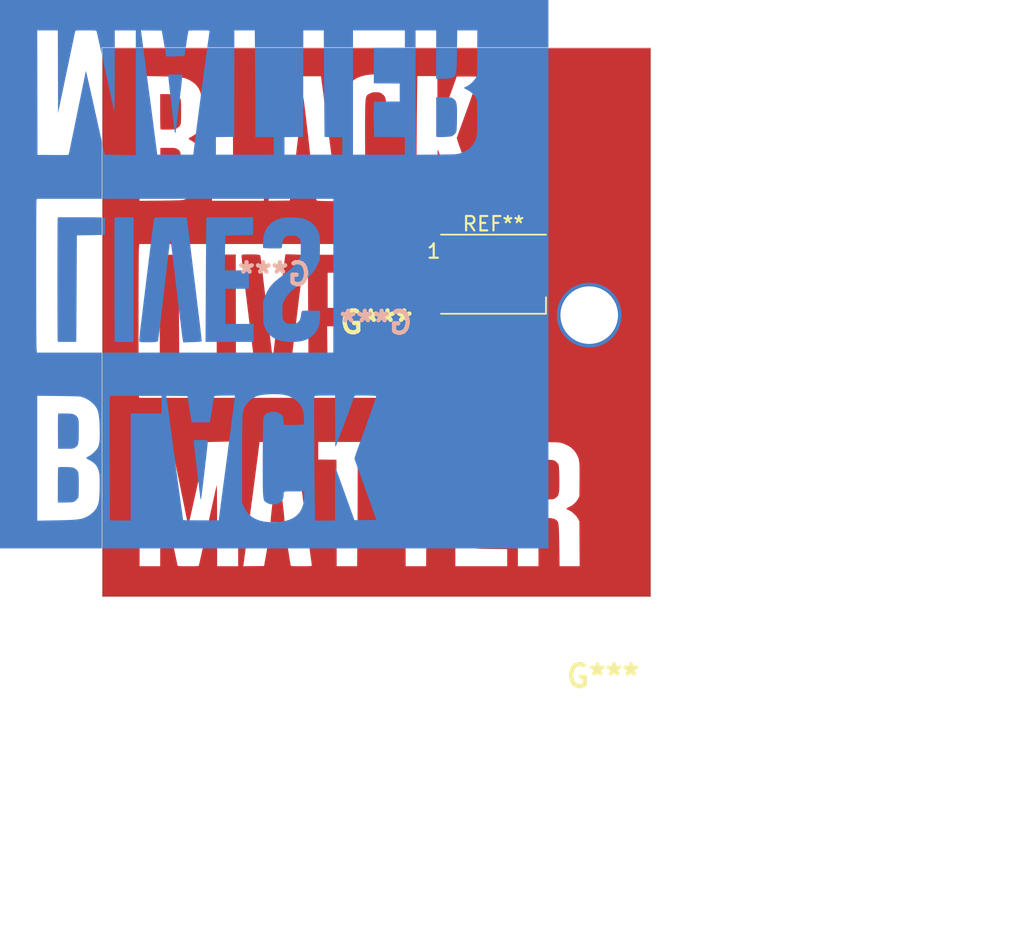
<source format=kicad_pcb>
(kicad_pcb (version 20200909) (generator pcbnew)
  (layers (0 "F.Cu" signal) (31 "B.Cu" signal) (34 "B.Paste" user) (35 "F.Paste" user) (36 "B.SilkS" user) (37 "F.SilkS" user) (38 "B.Mask" user) (39 "F.Mask" user) (44 "Edge.Cuts" user))
  (net 0 "")
  (module "LED_SMD:LED_WS2812B_PLCC4_5.0x5.0mm_P3.2mm" (layer "F.Cu") (at 157.48 71.12)
    (fp_text reference "REF**" (at 0 -3.5) (layer "F.SilkS"))
    (fp_text value "LED_WS2812B_PLCC4_5.0x5.0mm_P3.2mm")
    (fp_text user "1" (at -4.15 -1.6) (layer "F.SilkS"))
    (pad "1" smd rect (at -2.45 -1.6) (size 1.5 1) (layers "F.Cu" "F.Paste" "F.Mask"))
    (pad "2" smd rect (at -2.45 1.6) (size 1.5 1) (layers "F.Cu" "F.Paste" "F.Mask"))
    (pad "3" smd rect (at 2.45 1.6) (size 1.5 1) (layers "F.Cu" "F.Paste" "F.Mask"))
    (pad "4" smd rect (at 2.45 -1.6) (size 1.5 1) (layers "F.Cu" "F.Paste" "F.Mask"))
  )
  (module "art:blm-1-5-inch-f-cu" (layer "F.Cu") (at 149.352 74.4728)
    (fp_text reference "G***" (at 0 0) (layer "F.SilkS") (effects (font (size 1.524 1.524) (thickness 0.3))))
    (fp_text value "LOGO" hide)
    (fp_poly (pts (xy -6.865826 9.820248) (xy -6.851526 9.903167) (xy -6.831569 10.038322) (xy -6.805857 10.226494) (xy -6.77429 10.468464) (xy -6.73677 10.765014) (xy -6.693197 11.116926) (xy -6.643473 11.524979) (xy -6.587498 11.989955) (xy -6.525174 12.512636) (xy -6.463036 13.037574) (xy -6.442622 13.219916) (xy -6.425116 13.394145) (xy -6.411762 13.546431) (xy -6.403805 13.662946) (xy -6.40211 13.715007) (xy -6.40211 13.876201) (xy -7.363243 13.876201) (xy -7.346542 13.61565) (xy -7.340312 13.543298) (xy -7.327769 13.418539) (xy -7.309684 13.248097) (xy -7.286831 13.038696) (xy -7.259981 12.797061) (xy -7.229908 12.529915) (xy -7.197384 12.243984) (xy -7.163182 11.945991) (xy -7.128075 11.64266) (xy -7.092835 11.340717) (xy -7.058235 11.046884) (xy -7.025048 10.767887) (xy -6.994046 10.510449) (xy -6.966001 10.281294) (xy -6.941688 10.087148) (xy -6.935728 10.040554) (xy -6.917833 9.923155) (xy -6.899137 9.836414) (xy -6.882336 9.791424) (xy -6.874568 9.788785)) (layer "F.Cu") (width 0))
    (fp_poly (pts (xy 1.384816 -4.709039) (xy 1.64122 -4.689697) (xy 1.872871 -4.656989) (xy 1.997546 -4.629931) (xy 2.28445 -4.528352) (xy 2.539851 -4.381802) (xy 2.757798 -4.194812) (xy 2.932336 -3.97191) (xy 2.986794 -3.877296) (xy 3.051098 -3.746697) (xy 3.098574 -3.627389) (xy 3.132365 -3.505088) (xy 3.155616 -3.365511) (xy 3.17147 -3.194375) (xy 3.182637 -2.987368) (xy 3.201055 -2.565241) (xy 3.115445 -2.548154) (xy 3.058257 -2.542572) (xy 2.953108 -2.537754) (xy 2.811589 -2.534022) (xy 2.645294 -2.531697) (xy 2.499694 -2.531067) (xy 2.299003 -2.532055) (xy 2.150167 -2.535397) (xy 2.045513 -2.541659) (xy 1.977367 -2.551408) (xy 1.938057 -2.565211) (xy 1.927279 -2.57334) (xy 1.90249 -2.625385) (xy 1.8808 -2.720343) (xy 1.866885 -2.831763) (xy 1.832629 -3.041727) (xy 1.767539 -3.204347) (xy 1.668942 -3.324757) (xy 1.577464 -3.38726) (xy 1.505451 -3.421786) (xy 1.436814 -3.442039) (xy 1.353266 -3.45079) (xy 1.236516 -3.450814) (xy 1.171455 -3.448829) (xy 1.038939 -3.442698) (xy 0.949264 -3.432593) (xy 0.885719 -3.414176) (xy 0.831592 -3.383111) (xy 0.787485 -3.349196) (xy 0.709853 -3.282001) (xy 0.652485 -3.217256) (xy 0.61258 -3.144724) (xy 0.587337 -3.054165) (xy 0.573953 -2.935343) (xy 0.569628 -2.778018) (xy 0.571559 -2.571953) (xy 0.571758 -2.560844) (xy 0.575432 -2.378303) (xy 0.580047 -2.243246) (xy 0.587422 -2.143609) (xy 0.599373 -2.067329) (xy 0.617717 -2.002341) (xy 0.644273 -1.936582) (xy 0.676141 -1.86794) (xy 0.759326 -1.708141) (xy 0.854571 -1.558933) (xy 0.968046 -1.413919) (xy 1.10592 -1.266702) (xy 1.274363 -1.110885) (xy 1.479545 -0.94007) (xy 1.727636 -0.74786) (xy 1.831301 -0.670217) (xy 2.130375 -0.437511) (xy 2.380648 -0.218514) (xy 2.588824 -0.005359) (xy 2.76161 0.209824) (xy 2.905713 0.434902) (xy 3.027838 0.677743) (xy 3.075067 0.789097) (xy 3.171278 1.027315) (xy 3.180161 1.780295) (xy 3.182373 2.030104) (xy 3.18222 2.228785) (xy 3.179366 2.384729) (xy 3.173472 2.506328) (xy 3.164201 2.601974) (xy 3.151216 2.680058) (xy 3.14244 2.718278) (xy 3.04017 3.014991) (xy 2.892762 3.272906) (xy 2.700488 3.491756) (xy 2.463622 3.671273) (xy 2.182437 3.811188) (xy 1.95041 3.887876) (xy 1.823502 3.912238) (xy 1.652763 3.930895) (xy 1.453678 3.943488) (xy 1.241729 3.949658) (xy 1.0324 3.949049) (xy 0.841175 3.9413) (xy 0.683537 3.926054) (xy 0.636048 3.918294) (xy 0.388273 3.862267) (xy 0.183966 3.793743) (xy 0.007242 3.705145) (xy -0.157782 3.588892) (xy -0.282142 3.4802) (xy -0.473483 3.262465) (xy -0.619778 3.013103) (xy -0.715381 2.742988) (xy -0.744165 2.590621) (xy -0.760555 2.441677) (xy -0.772502 2.285564) (xy -0.779679 2.134623) (xy -0.781761 2.001192) (xy -0.778424 1.897609) (xy -0.769342 1.836215) (xy -0.764298 1.826495) (xy -0.726383 1.816961) (xy -0.639967 1.808615) (xy -0.516009 1.801603) (xy -0.365467 1.796072) (xy -0.199302 1.792165) (xy -0.028473 1.790029) (xy 0.136061 1.78981) (xy 0.28334 1.791653) (xy 0.402405 1.795703) (xy 0.482297 1.802107) (xy 0.511263 1.809552) (xy 0.527233 1.851068) (xy 0.544229 1.936056) (xy 0.559277 2.048568) (xy 0.563224 2.088096) (xy 0.588106 2.270431) (xy 0.628157 2.406573) (xy 0.689063 2.50912) (xy 0.776511 2.590673) (xy 0.796333 2.604656) (xy 0.853005 2.639467) (xy 0.909409 2.661574) (xy 0.981014 2.673804) (xy 1.083293 2.678983) (xy 1.208423 2.679953) (xy 1.347579 2.678889) (xy 1.442727 2.67358) (xy 1.509403 2.660846) (xy 1.563146 2.63751) (xy 1.619491 2.600395) (xy 1.628246 2.594082) (xy 1.701862 2.535506) (xy 1.756929 2.474776) (xy 1.796079 2.40234) (xy 1.821946 2.308648) (xy 1.837164 2.184149) (xy 1.844368 2.019291) (xy 1.84619 1.804524) (xy 1.84619 1.308712) (xy 1.74438 1.108459) (xy 1.644728 0.931657) (xy 1.528146 0.764003) (xy 1.388126 0.598733) (xy 1.218158 0.429085) (xy 1.011732 0.248293) (xy 0.762339 0.049596) (xy 0.625322 -0.054226) (xy 0.466795 -0.174635) (xy 0.31162 -0.295828) (xy 0.171359 -0.408534) (xy 0.057574 -0.50348) (xy -0.010936 -0.564469) (xy -0.259226 -0.837896) (xy -0.466031 -1.15063) (xy -0.633152 -1.505623) (xy -0.70152 -1.69719) (xy -0.781707 -1.944893) (xy -0.767147 -2.692083) (xy -0.762312 -2.924936) (xy -0.757431 -3.107107) (xy -0.751672 -3.247466) (xy -0.744206 -3.35488) (xy -0.734201 -3.438217) (xy -0.720827 -3.506347) (xy -0.703253 -3.568136) (xy -0.680648 -3.632454) (xy -0.678533 -3.638147) (xy -0.548182 -3.917737) (xy -0.38086 -4.153447) (xy -0.174893 -4.34642) (xy 0.071392 -4.497798) (xy 0.359669 -4.608724) (xy 0.691611 -4.680339) (xy 0.88034 -4.702276) (xy 1.124306 -4.713678)) (layer "F.Cu") (width 0))
    (fp_poly (pts (xy -5.693975 -4.722135) (xy -5.507806 -4.71473) (xy -5.34193 -4.706214) (xy -5.205542 -4.697214) (xy -5.107837 -4.688362) (xy -5.058009 -4.680285) (xy -5.053974 -4.678336) (xy -5.049711 -4.673355) (xy -5.046302 -4.665388) (xy -5.044084 -4.651439) (xy -5.043398 -4.628507) (xy -5.044583 -4.593596) (xy -5.047978 -4.543707) (xy -5.053922 -4.475842) (xy -5.062753 -4.387002) (xy -5.074812 -4.274189) (xy -5.090438 -4.134405) (xy -5.109969 -3.964652) (xy -5.133744 -3.761931) (xy -5.162104 -3.523244) (xy -5.195386 -3.245593) (xy -5.233931 -2.925979) (xy -5.278077 -2.561405) (xy -5.328163 -2.148872) (xy -5.384529 -1.685382) (xy -5.447513 -1.167936) (xy -5.497268 -0.75932) (xy -5.552439 -0.306242) (xy -5.606897 0.140978) (xy -5.660053 0.577501) (xy -5.711316 0.998485) (xy -5.760097 1.39909) (xy -5.805807 1.774473) (xy -5.847857 2.119795) (xy -5.885656 2.430214) (xy -5.918616 2.70089) (xy -5.946147 2.926981) (xy -5.967659 3.103647) (xy -5.982563 3.226047) (xy -5.982588 3.226251) (xy -6.01382 3.47221) (xy -6.040921 3.662159) (xy -6.064484 3.799456) (xy -6.085099 3.887458) (xy -6.10336 3.929523) (xy -6.107213 3.933005) (xy -6.147612 3.94033) (xy -6.238414 3.94649) (xy -6.37152 3.951498) (xy -6.538829 3.955366) (xy -6.73224 3.958106) (xy -6.943654 3.95973) (xy -7.16497 3.960251) (xy -7.388086 3.959681) (xy -7.604904 3.958032) (xy -7.807321 3.955316) (xy -7.987239 3.951547) (xy -8.136556 3.946735) (xy -8.247172 3.940893) (xy -8.310986 3.934034) (xy -8.32333 3.929648) (xy -8.330228 3.913277) (xy -8.338324 3.882938) (xy -8.348023 3.835565) (xy -8.359729 3.76809) (xy -8.373846 3.677446) (xy -8.390779 3.560566) (xy -8.410933 3.414384) (xy -8.434712 3.235832) (xy -8.46252 3.021843) (xy -8.494763 2.769349) (xy -8.531843 2.475285) (xy -8.574166 2.136583) (xy -8.622137 1.750176) (xy -8.676159 1.312996) (xy -8.736638 0.821977) (xy -8.784605 0.43177) (xy -8.862993 -0.206523) (xy -8.934382 -0.788338) (xy -8.999084 -1.316301) (xy -9.057412 -1.793038) (xy -9.109677 -2.221174) (xy -9.156193 -2.603336) (xy -9.197271 -2.942149) (xy -9.233223 -3.24024) (xy -9.264362 -3.500234) (xy -9.291 -3.724758) (xy -9.313448 -3.916436) (xy -9.33202 -4.077896) (xy -9.347027 -4.211763) (xy -9.358782 -4.320663) (xy -9.367597 -4.407222) (xy -9.373784 -4.474066) (xy -9.377655 -4.523821) (xy -9.379522 -4.559112) (xy -9.379811 -4.574531) (xy -9.3757 -4.653753) (xy -9.354726 -4.69316) (xy -9.303994 -4.712359) (xy -9.286782 -4.715973) (xy -9.214082 -4.723691) (xy -9.09604 -4.728774) (xy -8.946806 -4.73131) (xy -8.78053 -4.731383) (xy -8.611361 -4.729077) (xy -8.45345 -4.724479) (xy -8.320947 -4.717673) (xy -8.23445 -4.709642) (xy -8.145578 -4.694653) (xy -8.098083 -4.671856) (xy -8.074014 -4.628266) (xy -8.063117 -4.585698) (xy -8.056093 -4.54047) (xy -8.042797 -4.440706) (xy -8.023787 -4.291034) (xy -7.999623 -4.096079) (xy -7.970866 -3.860467) (xy -7.938075 -3.588825) (xy -7.90181 -3.285778) (xy -7.862631 -2.955953) (xy -7.821098 -2.603975) (xy -7.777771 -2.234471) (xy -7.75678 -2.054631) (xy -7.687809 -1.462852) (xy -7.625394 -0.927392) (xy -7.56919 -0.445419) (xy -7.518849 -0.014099) (xy -7.474026 0.369401) (xy -7.434374 0.707915) (xy -7.399548 1.004277) (xy -7.3692 1.261319) (xy -7.342986 1.481875) (xy -7.320558 1.668778) (xy -7.301571 1.824862) (xy -7.285678 1.952961) (xy -7.272533 2.055906) (xy -7.261791 2.136533) (xy -7.253104 2.197674) (xy -7.246126 2.242163) (xy -7.240512 2.272833) (xy -7.235915 2.292518) (xy -7.231989 2.30405) (xy -7.228388 2.310264) (xy -7.224765 2.313993) (xy -7.222782 2.315865) (xy -7.194708 2.320924) (xy -7.193868 2.320144) (xy -7.188881 2.289549) (xy -7.177434 2.203488) (xy -7.159971 2.065648) (xy -7.136939 1.879716) (xy -7.108779 1.649381) (xy -7.075938 1.378328) (xy -7.03886 1.070245) (xy -6.997988 0.728819) (xy -6.953768 0.357738) (xy -6.906644 -0.039312) (xy -6.857059 -0.458644) (xy -6.805459 -0.896569) (xy -6.777295 -1.136231) (xy -6.724526 -1.584143) (xy -6.673241 -2.016461) (xy -6.623906 -2.429399) (xy -6.576991 -2.819169) (xy -6.532963 -3.181985) (xy -6.492288 -3.51406) (xy -6.455435 -3.811607) (xy -6.422872 -4.070841) (xy -6.395066 -4.287973) (xy -6.372484 -4.459217) (xy -6.355595 -4.580787) (xy -6.344865 -4.648895) (xy -6.341938 -4.661765) (xy -6.310927 -4.743332)) (layer "F.Cu") (width 0))
    (fp_poly (pts (xy 19.057444 19.057444) (xy -19.057444 19.057444) (xy -19.057444 16.944324) (xy -9.263625 16.944324) (xy -8.540078 16.936347) (xy -7.81653 16.92837) (xy -7.66168 16.049941) (xy -7.62271 15.828422) (xy -7.587238 15.625927) (xy -7.556551 15.449874) (xy -7.531938 15.307679) (xy -7.514684 15.20676) (xy -7.506078 15.154534) (xy -7.50535 15.149179) (xy -7.474909 15.136797) (xy -7.386438 15.12973) (xy -7.241226 15.127982) (xy -7.040559 15.131556) (xy -6.785727 15.140459) (xy -6.654511 15.146169) (xy -6.236923 15.165274) (xy -6.108382 16.002156) (xy -6.074633 16.220505) (xy -6.043197 16.421286) (xy -6.015359 16.596479) (xy -5.992409 16.738066) (xy -5.975634 16.83803) (xy -5.966321 16.888351) (xy -5.96564 16.891149) (xy -5.957111 16.907445) (xy -5.93685 16.919961) (xy -5.897843 16.929188) (xy -5.833075 16.935621) (xy -5.735532 16.93975) (xy -5.598198 16.94207) (xy -5.414059 16.943073) (xy -5.223902 16.943259) (xy -4.986907 16.9426) (xy -4.803832 16.940429) (xy -4.669053 16.936455) (xy -4.576949 16.930388) (xy -4.521897 16.921935) (xy -4.498274 16.910806) (xy -4.496366 16.905593) (xy -4.500374 16.866804) (xy -4.51165 16.77745) (xy -4.529069 16.645927) (xy -4.551506 16.480631) (xy -4.577836 16.289956) (xy -4.601067 16.12394) (xy -4.627035 15.937392) (xy -4.659366 15.701856) (xy -4.696702 15.427394) (xy -4.737688 15.124071) (xy -4.780967 14.80195) (xy -4.825181 14.471094) (xy -4.868974 14.141567) (xy -4.900115 13.905979) (xy -4.946763 13.552329) (xy -4.998073 13.163584) (xy -5.052084 12.75458) (xy -5.106835 12.340159) (xy -5.160367 11.935158) (xy -5.210718 11.554416) (xy -5.255928 11.212773) (xy -5.269944 11.106917) (xy -5.310034 10.802772) (xy -5.350685 10.491744) (xy -5.390566 10.184204) (xy -5.428345 9.890521) (xy -5.462689 9.621067) (xy -5.492267 9.386212) (xy -5.515747 9.196327) (xy -5.522373 9.141618) (xy -5.545975 8.946754) (xy -5.568143 8.766548) (xy -5.587581 8.611308) (xy -5.602995 8.491344) (xy -5.613089 8.416965) (xy -5.614959 8.404631) (xy -5.6306 8.307854) (xy -4.049707 8.307854) (xy -4.049707 9.527538) (xy -3.41694 9.535574) (xy -2.784174 9.543611) (xy -2.769052 16.943259) (xy -1.349752 16.943259) (xy -1.330001 15.000293) (xy -1.32621 14.594601) (xy -1.322657 14.150947) (xy -1.319413 13.682534) (xy -1.316547 13.202565) (xy -1.314131 12.724243) (xy -1.312234 12.26077) (xy -1.310928 11.82535) (xy -1.310282 11.431186) (xy -1.310225 11.293024) (xy -1.310199 9.528722) (xy -0.029777 9.528722) (xy -0.029777 8.307854) (xy 0.714654 8.307854) (xy 0.714654 9.527561) (xy 1.362309 9.535586) (xy 2.009965 9.543611) (xy 2.017525 13.243435) (xy 2.025086 16.943259) (xy 3.446189 16.943259) (xy 3.468213 13.258323) (xy 3.47109 12.794649) (xy 3.474072 12.347478) (xy 3.477123 11.920423) (xy 3.480211 11.517097) (xy 3.483298 11.141111) (xy 3.486353 10.796079) (xy 3.489338 10.485614) (xy 3.492221 10.213328) (xy 3.494966 9.982833) (xy 3.497538 9.797743) (xy 3.499904 9.66167) (xy 3.502028 9.578226) (xy 3.503733 9.551055) (xy 3.536246 9.544321) (xy 3.619232 9.538401) (xy 3.743611 9.533621) (xy 3.900303 9.530307) (xy 4.080228 9.528785) (xy 4.125907 9.528722) (xy 4.734584 9.528722) (xy 4.734584 8.307854) (xy 5.479015 8.307854) (xy 5.479015 16.943259) (xy 9.082063 16.943259) (xy 9.826495 16.943259) (xy 11.255803 16.943259) (xy 11.255803 13.572308) (xy 11.739683 13.583795) (xy 11.966784 13.59224) (xy 12.144062 13.607096) (xy 12.281115 13.630825) (xy 12.387545 13.665885) (xy 12.472949 13.714735) (xy 12.546928 13.779835) (xy 12.560301 13.794044) (xy 12.586691 13.828208) (xy 12.609237 13.872037) (xy 12.628332 13.930405) (xy 12.644366 14.008189) (xy 12.657732 14.110262) (xy 12.668822 14.241501) (xy 12.678027 14.406779) (xy 12.685741 14.610973) (xy 12.692353 14.858957) (xy 12.698257 15.155606) (xy 12.703844 15.505796) (xy 12.705146 15.595838) (xy 12.724335 16.943259) (xy 14.116913 16.943259) (xy 14.108222 15.387397) (xy 14.099531 13.831536) (xy 14.016326 13.6621) (xy 13.922567 13.51482) (xy 13.790109 13.364121) (xy 13.634497 13.223803) (xy 13.471277 13.107665) (xy 13.315995 13.029506) (xy 13.295545 13.022305) (xy 13.233397 12.990752) (xy 13.206258 12.955119) (xy 13.206213 12.95387) (xy 13.211643 12.927843) (xy 13.234977 12.902905) (xy 13.286779 12.872121) (xy 13.377613 12.828556) (xy 13.440734 12.799918) (xy 13.593987 12.709431) (xy 13.749929 12.58094) (xy 13.890378 12.432006) (xy 13.997154 12.280192) (xy 14.016509 12.24374) (xy 14.099531 12.074677) (xy 14.108953 10.961248) (xy 14.111228 10.632732) (xy 14.11157 10.357173) (xy 14.109316 10.127989) (xy 14.103805 9.938596) (xy 14.094376 9.78241) (xy 14.080367 9.652849) (xy 14.061117 9.543328) (xy 14.035965 9.447266) (xy 14.004249 9.358077) (xy 13.965307 9.26918) (xy 13.932122 9.201053) (xy 13.776616 8.955612) (xy 13.574226 8.746716) (xy 13.3253 8.574636) (xy 13.030185 8.439641) (xy 12.89334 8.394304) (xy 12.839668 8.378876) (xy 12.787093 8.365958) (xy 12.729819 8.355271) (xy 12.662045 8.346537) (xy 12.577973 8.339476) (xy 12.471804 8.333811) (xy 12.337739 8.329262) (xy 12.16998 8.325551) (xy 11.962728 8.322399) (xy 11.710184 8.319529) (xy 11.40655 8.31666) (xy 11.248359 8.315267) (xy 9.826495 8.302883) (xy 9.826495 16.943259) (xy 9.082063 16.943259) (xy 9.082063 15.756253) (xy 8.027415 15.746766) (xy 7.782197 15.74389) (xy 7.555787 15.739945) (xy 7.355093 15.735151) (xy 7.187028 15.729728) (xy 7.0585 15.723896) (xy 6.976419 15.717873) (xy 6.947989 15.71249) (xy 6.942617 15.67825) (xy 6.937645 15.59088) (xy 6.933202 15.456802) (xy 6.929419 15.28244) (xy 6.926422 15.074216) (xy 6.924341 14.838553) (xy 6.923305 14.581875) (xy 6.923212 14.476734) (xy 6.923212 13.265768) (xy 8.724736 13.250006) (xy 8.724736 12.000234) (xy 6.944292 12.000234) (xy 6.922815 11.570618) (xy 6.917828 11.41777) (xy 6.91538 11.219733) (xy 6.915418 10.990814) (xy 6.917894 10.745323) (xy 6.922755 10.497568) (xy 6.927164 10.342306) (xy 6.952989 9.543611) (xy 8.017526 9.53579) (xy 9.082063 9.52797) (xy 9.082063 8.307854) (xy 5.479015 8.307854) (xy 4.734584 8.307854) (xy 0.714654 8.307854) (xy -0.029777 8.307854) (xy -4.049707 8.307854) (xy -5.6306 8.307854) (xy -8.125542 8.307854) (xy -8.143145 8.434408) (xy -8.150233 8.487525) (xy -8.16415 8.593774) (xy -8.184126 8.74722) (xy -8.209392 8.941928) (xy -8.239179 9.171961) (xy -8.272719 9.431385) (xy -8.309242 9.714264) (xy -8.34798 10.014662) (xy -8.367856 10.168933) (xy -8.418675 10.563368) (xy -8.462567 10.903731) (xy -8.500189 11.19502) (xy -8.532198 11.442234) (xy -8.559249 11.650369) (xy -8.581998 11.824425) (xy -8.601103 11.969399) (xy -8.617218 12.090289) (xy -8.631 12.192093) (xy -8.643106 12.27981) (xy -8.654192 12.358436) (xy -8.664913 12.432971) (xy -8.666936 12.446893) (xy -8.677105 12.520086) (xy -8.69384 12.64449) (xy -8.716107 12.812251) (xy -8.742871 13.015512) (xy -8.7731 13.246418) (xy -8.805758 13.497112) (xy -8.839812 13.759739) (xy -8.843321 13.78687) (xy -8.877626 14.051821) (xy -8.910754 14.306977) (xy -8.941646 14.544235) (xy -8.969243 14.755492) (xy -8.992487 14.932646) (xy -9.010318 15.067593) (xy -9.021679 15.152231) (xy -9.022282 15.156623) (xy -9.035239 15.252505) (xy -9.054221 15.395263) (xy -9.077623 15.572709) (xy -9.103839 15.772655) (xy -9.131265 15.982914) (xy -9.141909 16.06483) (xy -9.168179 16.265982) (xy -9.192826 16.452405) (xy -9.214526 16.614261) (xy -9.231953 16.741708) (xy -9.243783 16.824906) (xy -9.247216 16.847016) (xy -9.263625 16.944324) (xy -19.057444 16.944324) (xy -19.057444 16.943259) (xy -16.467023 16.943259) (xy -15.037811 16.943259) (xy -15.030219 14.065981) (xy -15.022626 11.188704) (xy -14.432192 14.013871) (xy -14.348199 14.415591) (xy -14.267477 14.80132) (xy -14.19088 15.166996) (xy -14.119263 15.508557) (xy -14.053479 15.82194) (xy -13.994383 16.103085) (xy -13.942828 16.347928) (xy -13.899669 16.552407) (xy -13.86576 16.712461) (xy -13.841955 16.824028) (xy -13.829108 16.883045) (xy -13.827196 16.891149) (xy -13.818535 16.907466) (xy -13.798136 16.919992) (xy -13.758973 16.929223) (xy -13.694017 16.935652) (xy -13.59624 16.939774) (xy -13.458614 16.942085) (xy -13.274111 16.943079) (xy -13.087105 16.943259) (xy -12.859793 16.942962) (xy -12.684994 16.941743) (xy -12.555669 16.939105) (xy -12.464778 16.934555) (xy -12.405281 16.927596) (xy -12.370138 16.917736) (xy -12.35231 16.904478) (xy -12.345801 16.891149) (xy -12.337256 16.855088) (xy -12.316868 16.764981) (xy -12.285551 16.624956) (xy -12.244217 16.439137) (xy -12.193779 16.211653) (xy -12.135149 15.94663) (xy -12.06924 15.648194) (xy -11.996965 15.320472) (xy -11.919237 14.967591) (xy -11.836969 14.593678) (xy -11.751072 14.202859) (xy -11.731647 14.11442) (xy -11.644838 13.719427) (xy -11.561275 13.339738) (xy -11.481889 12.979552) (xy -11.407611 12.643071) (xy -11.339372 12.334497) (xy -11.278104 12.058031) (xy -11.224737 11.817873) (xy -11.180204 11.618227) (xy -11.145436 11.463292) (xy -11.121363 11.35727) (xy -11.108917 11.304363) (xy -11.107889 11.300469) (xy -11.104074 11.316021) (xy -11.100409 11.387696) (xy -11.096929 11.512063) (xy -11.093669 11.685691) (xy -11.090664 11.905149) (xy -11.087947 12.167005) (xy -11.085555 12.467829) (xy -11.08352 12.804189) (xy -11.081879 13.172654) (xy -11.080666 13.569793) (xy -11.079915 13.992175) (xy -11.079825 14.077198) (xy -11.07714 16.943259) (xy -9.618054 16.943259) (xy -9.618054 8.268883) (xy -10.696858 8.290228) (xy -10.943827 8.295261) (xy -11.171105 8.300176) (xy -11.372039 8.304805) (xy -11.539978 8.308985) (xy -11.66827 8.312549) (xy -11.750265 8.315333) (xy -11.779306 8.317158) (xy -11.786125 8.346375) (xy -11.804952 8.429789) (xy -11.834907 8.563456) (xy -11.875111 8.74343) (xy -11.924688 8.965765) (xy -11.982757 9.226516) (xy -12.048441 9.521736) (xy -12.12086 9.84748) (xy -12.199138 10.199803) (xy -12.282394 10.574758) (xy -12.369751 10.968401) (xy -12.413688 11.166471) (xy -12.523654 11.661861) (xy -12.621551 12.10193) (xy -12.708047 12.489536) (xy -12.783811 12.827535) (xy -12.849513 13.118783) (xy -12.905821 13.366137) (xy -12.953405 13.572452) (xy -12.992934 13.740585) (xy -13.025076 13.873393) (xy -13.0505 13.973731) (xy -13.069876 14.044457) (xy -13.083872 14.088426) (xy -13.093157 14.108495) (xy -13.098402 14.10752) (xy -13.099978 14.096667) (xy -13.106166 14.062713) (xy -13.123378 13.975277) (xy -13.150621 13.839203) (xy -13.186902 13.659341) (xy -13.231228 13.440535) (xy -13.282606 13.187632) (xy -13.340043 12.90548) (xy -13.402546 12.598925) (xy -13.469123 12.272813) (xy -13.538779 11.931991) (xy -13.610524 11.581306) (xy -13.683362 11.225604) (xy -13.756302 10.869732) (xy -13.828351 10.518536) (xy -13.898515 10.176864) (xy -13.965803 9.849562) (xy -14.029219 9.541476) (xy -14.087773 9.257453) (xy -14.140471 9.002339) (xy -14.18632 8.780982) (xy -14.224327 8.598228) (xy -14.253499 8.458924) (xy -14.272843 8.367915) (xy -14.281366 8.33005) (xy -14.281435 8.329818) (xy -14.288786 8.31609) (xy -14.305502 8.305063) (xy -14.337343 8.296502) (xy -14.390074 8.290172) (xy -14.469458 8.285836) (xy -14.581256 8.283259) (xy -14.731234 8.282206) (xy -14.925153 8.282442) (xy -15.168776 8.283731) (xy -15.374633 8.285152) (xy -16.451935 8.292966) (xy -16.459479 12.618112) (xy -16.467023 16.943259) (xy -19.057444 16.943259) (xy -19.057444 0.386551) (xy -16.540767 0.386551) (xy -16.540632 0.865302) (xy -16.540295 1.337276) (xy -16.539757 1.798681) (xy -16.539015 2.245723) (xy -16.53807 2.674607) (xy -16.536922 3.08154) (xy -16.535569 3.462728) (xy -16.53401 3.814379) (xy -16.532247 4.132697) (xy -16.530276 4.413889) (xy -16.528099 4.654162) (xy -16.525715 4.849722) (xy -16.523122 4.996775) (xy -16.520321 5.091528) (xy -16.517584 5.129132) (xy -16.493902 5.240797) (xy 4.109261 5.240797) (xy 4.109261 -5.449238) (xy -16.490725 -5.449238) (xy -16.515996 -5.099355) (xy -16.519006 -5.02813) (xy -16.521823 -4.902981) (xy -16.524448 -4.727703) (xy -16.52688 -4.50609) (xy -16.529118 -4.241934) (xy -16.531161 -3.93903) (xy -16.533009 -3.601172) (xy -16.534661 -3.232152) (xy -16.536118 -2.835766) (xy -16.537377 -2.415806) (xy -16.538439 -1.976066) (xy -16.539303 -1.52034) (xy -16.539968 -1.052422) (xy -16.540435 -0.576104) (xy -16.540701 -0.095183) (xy -16.540767 0.386551) (xy -19.057444 0.386551) (xy -19.057444 -8.451023) (xy -16.466823 -8.451023) (xy -16.007083 -8.455698) (xy -7.505265 -8.455698) (xy -6.767846 -8.463664) (xy -6.030426 -8.47163) (xy -6.005929 -8.635405) (xy -5.994364 -8.710782) (xy -5.975031 -8.834579) (xy -5.949569 -8.99641) (xy -5.919613 -9.185885) (xy -5.886802 -9.39262) (xy -5.864221 -9.534455) (xy -5.83211 -9.736531) (xy -5.803357 -9.918696) (xy -5.779225 -10.072842) (xy -5.760981 -10.190858) (xy -5.749887 -10.264634) (xy -5.747011 -10.286331) (xy -5.71867 -10.291215) (xy -5.639388 -10.29553) (xy -5.51778 -10.299052) (xy -5.362459 -10.301558) (xy -5.182039 -10.302823) (xy -5.109166 -10.302931) (xy -4.471321 -10.302931) (xy -4.454014 -10.221044) (xy -4.444775 -10.169936) (xy -4.427815 -10.068892) (xy -4.404582 -9.92682) (xy -4.376521 -9.752629) (xy -4.345081 -9.555227) (xy -4.317407 -9.379836) (xy -4.284285 -9.170007) (xy -4.253379 -8.97606) (xy -4.226129 -8.806887) (xy -4.203974 -8.671377) (xy -4.188354 -8.578419) (xy -4.181372 -8.539891) (xy -4.169241 -8.49794) (xy -4.145293 -8.472926) (xy -4.09567 -8.459388) (xy -4.006513 -8.451862) (xy -3.950842 -8.449031) (xy -3.845771 -8.445119) (xy -3.697317 -8.441092) (xy -3.52165 -8.437318) (xy -3.334941 -8.434162) (xy -3.238277 -8.43288) (xy -2.739508 -8.426964) (xy -2.739508 -8.496625) (xy -2.743247 -8.536177) (xy -2.754007 -8.629424) (xy -2.771104 -8.77101) (xy -2.793852 -8.955577) (xy -2.821566 -9.177766) (xy -2.85356 -9.432221) (xy -2.889151 -9.713584) (xy -2.927652 -10.016497) (xy -2.968378 -10.335602) (xy -3.010645 -10.665541) (xy -3.053768 -11.000958) (xy -3.09706 -11.336493) (xy -3.139838 -11.66679) (xy -3.181415 -11.986491) (xy -3.221107 -12.290238) (xy -3.258229 -12.572673) (xy -3.292095 -12.82844) (xy -3.322021 -13.052179) (xy -3.322714 -13.057327) (xy -3.341058 -13.194165) (xy -3.366166 -13.382421) (xy -3.397026 -13.614467) (xy -3.432627 -13.882676) (xy -3.471958 -14.17942) (xy -3.514008 -14.497072) (xy -3.557766 -14.828006) (xy -3.602219 -15.164592) (xy -3.628671 -15.365065) (xy -3.699507 -15.902137) (xy -2.233294 -15.902137) (xy -2.233222 -13.124867) (xy -2.232965 -12.589906) (xy -2.232149 -12.111001) (xy -2.230667 -11.684656) (xy -2.228409 -11.307376) (xy -2.225266 -10.975663) (xy -2.22113 -10.686021) (xy -2.215893 -10.434955) (xy -2.209444 -10.218967) (xy -2.201676 -10.034562) (xy -2.19248 -9.878243) (xy -2.181746 -9.746513) (xy -2.169366 -9.635878) (xy -2.155232 -9.542839) (xy -2.139234 -9.463902) (xy -2.121263 -9.39557) (xy -2.116717 -9.380591) (xy -2.026086 -9.177439) (xy -1.887064 -8.978569) (xy -1.710504 -8.794352) (xy -1.507257 -8.635156) (xy -1.288176 -8.511352) (xy -1.150588 -8.457378) (xy -0.972324 -8.413108) (xy -0.748694 -8.378467) (xy -0.493195 -8.354034) (xy -0.219323 -8.340387) (xy 0.059425 -8.338103) (xy 0.329552 -8.347761) (xy 0.577563 -8.369937) (xy 0.652781 -8.380181) (xy 0.943471 -8.449101) (xy 1.213347 -8.562381) (xy 1.456011 -8.714472) (xy 1.665065 -8.899824) (xy 1.834112 -9.112887) (xy 1.956754 -9.348111) (xy 1.99332 -9.473004) (xy 2.773509 -9.473004) (xy 2.773641 -9.205754) (xy 2.774279 -8.979525) (xy 2.775445 -8.798339) (xy 2.777159 -8.666216) (xy 2.779442 -8.587177) (xy 2.781119 -8.56677) (xy 2.788788 -8.528445) (xy 2.800228 -8.498545) (xy 2.822238 -8.475962) (xy 2.861619 -8.45959) (xy 2.925168 -8.448321) (xy 3.019685 -8.441049) (xy 3.151969 -8.436666) (xy 3.328819 -8.434065) (xy 3.557034 -8.432139) (xy 3.610492 -8.431729) (xy 4.22837 -8.426964) (xy 4.235815 -9.804162) (xy 4.237362 -10.103412) (xy 4.238764 -10.399597) (xy 4.239987 -10.684193) (xy 4.241002 -10.948676) (xy 4.241776 -11.184522) (xy 4.242278 -11.383207) (xy 4.242478 -11.536206) (xy 4.242434 -11.605022) (xy 4.243479 -11.753929) (xy 4.246911 -11.876881) (xy 4.252248 -11.964019) (xy 4.259009 -12.005485) (xy 4.262063 -12.007015) (xy 4.276533 -11.975218) (xy 4.309561 -11.89302) (xy 4.359088 -11.765892) (xy 4.423056 -11.599305) (xy 4.499406 -11.398731) (xy 4.58608 -11.169642) (xy 4.681019 -10.917507) (xy 4.782164 -10.6478) (xy 4.887458 -10.36599) (xy 4.994842 -10.077549) (xy 5.102256 -9.787948) (xy 5.207644 -9.50266) (xy 5.308945 -9.227154) (xy 5.345734 -9.126729) (xy 5.411629 -8.946821) (xy 5.471563 -8.783519) (xy 5.522172 -8.645954) (xy 5.560097 -8.54326) (xy 5.581975 -8.484568) (xy 5.584952 -8.47679) (xy 5.594919 -8.45981) (xy 5.614567 -8.446948) (xy 5.651046 -8.437775) (xy 5.711508 -8.431861) (xy 5.803104 -8.428777) (xy 5.932984 -8.428095) (xy 6.108299 -8.429384) (xy 6.329296 -8.432124) (xy 6.531228 -8.435705) (xy 6.713245 -8.440583) (xy 6.866924 -8.446398) (xy 6.983842 -8.452789) (xy 7.055577 -8.459395) (xy 7.074436 -8.463993) (xy 7.080065 -8.503524) (xy 7.068355 -8.57718) (xy 7.058852 -8.61288) (xy 7.034626 -8.688305) (xy 6.992324 -8.81325) (xy 6.934237 -8.981273) (xy 6.86266 -9.185932) (xy 6.779885 -9.420784) (xy 6.688205 -9.679388) (xy 6.589913 -9.9553) (xy 6.487302 -10.242079) (xy 6.382665 -10.533282) (xy 6.278296 -10.822466) (xy 6.176487 -11.103191) (xy 6.079531 -11.369013) (xy 6.022757 -11.523799) (xy 5.937653 -11.756471) (xy 5.857021 -11.979238) (xy 5.783772 -12.183885) (xy 5.720815 -12.362193) (xy 5.67106 -12.505947) (xy 5.637419 -12.606931) (xy 5.626319 -12.643078) (xy 5.574786 -12.824375) (xy 5.945132 -13.849057) (xy 6.12223 -14.339516) (xy 6.286944 -14.796606) (xy 6.438505 -15.218162) (xy 6.576143 -15.60202) (xy 6.699088 -15.946015) (xy 6.806571 -16.247982) (xy 6.897821 -16.505757) (xy 6.97207 -16.717175) (xy 7.028547 -16.880071) (xy 7.066482 -16.992281) (xy 7.085107 -17.05164) (xy 7.086987 -17.060379) (xy 7.06079 -17.071472) (xy 6.981239 -17.080126) (xy 6.84689 -17.086403) (xy 6.656303 -17.090362) (xy 6.408035 -17.092065) (xy 6.330401 -17.092146) (xy 5.573814 -17.092146) (xy 5.514468 -16.920926) (xy 5.48643 -16.841122) (xy 5.441982 -16.715992) (xy 5.38335 -16.551718) (xy 5.312762 -16.354482) (xy 5.232443 -16.130467) (xy 5.144621 -15.885856) (xy 5.051522 -15.626829) (xy 4.955373 -15.359571) (xy 4.858399 -15.090263) (xy 4.762829 -14.825088) (xy 4.670887 -14.570228) (xy 4.584802 -14.331865) (xy 4.506798 -14.116183) (xy 4.439104 -13.929362) (xy 4.383945 -13.777587) (xy 4.343548 -13.667038) (xy 4.32014 -13.603899) (xy 4.316039 -13.593318) (xy 4.279568 -13.503986) (xy 4.256937 -13.578429) (xy 4.252755 -13.621203) (xy 4.248722 -13.718005) (xy 4.244918 -13.863309) (xy 4.241419 -14.051588) (xy 4.238304 -14.277315) (xy 4.235652 -14.534964) (xy 4.233541 -14.819009) (xy 4.232049 -15.123923) (xy 4.231338 -15.387398) (xy 4.22837 -17.121923) (xy 2.836884 -17.121923) (xy 2.81807 -15.670282) (xy 2.813117 -15.27019) (xy 2.808356 -14.850809) (xy 2.803808 -14.416161) (xy 2.799495 -13.970265) (xy 2.795437 -13.517143) (xy 2.791656 -13.060814) (xy 2.788172 -12.6053) (xy 2.785006 -12.154622) (xy 2.782179 -11.7128) (xy 2.779712 -11.283854) (xy 2.777626 -10.871806) (xy 2.775942 -10.480677) (xy 2.77468 -10.114486) (xy 2.773862 -9.777255) (xy 2.773509 -9.473004) (xy 1.99332 -9.473004) (xy 2.020798 -9.566853) (xy 2.033903 -9.660165) (xy 2.046754 -9.793941) (xy 2.057742 -9.949109) (xy 2.064374 -10.082574) (xy 2.078382 -10.442873) (xy 1.674694 -10.462234) (xy 1.491089 -10.46989) (xy 1.296124 -10.476116) (xy 1.114035 -10.480239) (xy 0.978508 -10.481595) (xy 0.846239 -10.481948) (xy 0.757307 -10.476463) (xy 0.702444 -10.455321) (xy 0.672382 -10.408704) (xy 0.657853 -10.326793) (xy 0.649588 -10.19977) (xy 0.645661 -10.128989) (xy 0.629148 -9.978906) (xy 0.593157 -9.868768) (xy 0.527287 -9.782987) (xy 0.421134 -9.705974) (xy 0.329538 -9.655276) (xy 0.208662 -9.598544) (xy 0.106029 -9.568993) (xy -0.008368 -9.558894) (xy -0.046151 -9.5585) (xy -0.259642 -9.578857) (xy -0.444148 -9.637234) (xy -0.592906 -9.729586) (xy -0.699156 -9.851868) (xy -0.752072 -9.980797) (xy -0.758286 -10.036867) (xy -0.76415 -10.147028) (xy -0.769638 -10.305819) (xy -0.774726 -10.507776) (xy -0.779389 -10.747438) (xy -0.7836 -11.019342) (xy -0.787336 -11.318026) (xy -0.790571 -11.638028) (xy -0.793281 -11.973885) (xy -0.79544 -12.320135) (xy -0.797023 -12.671316) (xy -0.798005 -13.021966) (xy -0.798361 -13.366623) (xy -0.798067 -13.699823) (xy -0.797097 -14.016105) (xy -0.795425 -14.310007) (xy -0.793028 -14.576066) (xy -0.789879 -14.808819) (xy -0.785955 -15.002806) (xy -0.781229 -15.152563) (xy -0.7762 -15.245956) (xy -0.760213 -15.437587) (xy -0.742125 -15.580142) (xy -0.717062 -15.684032) (xy -0.680152 -15.759669) (xy -0.626525 -15.817468) (xy -0.551308 -15.86784) (xy -0.463521 -15.914225) (xy -0.361919 -15.960773) (xy -0.271912 -15.987489) (xy -0.168853 -15.999597) (xy -0.04797 -16.002318) (xy 0.095079 -15.998346) (xy 0.199032 -15.983449) (xy 0.283874 -15.954172) (xy 0.312661 -15.939936) (xy 0.472441 -15.827444) (xy 0.581718 -15.684313) (xy 0.641712 -15.508454) (xy 0.655099 -15.353568) (xy 0.654287 -15.274031) (xy 0.656425 -15.212822) (xy 0.668373 -15.167554) (xy 0.696993 -15.13584) (xy 0.749144 -15.115293) (xy 0.831689 -15.103526) (xy 0.951487 -15.098151) (xy 1.115399 -15.096783) (xy 1.330286 -15.097034) (xy 1.392324 -15.097069) (xy 2.0934 -15.097069) (xy 2.074878 -15.476729) (xy 2.063645 -15.641083) (xy 2.047043 -15.802367) (xy 2.027373 -15.941299) (xy 2.008378 -16.033432) (xy 1.904027 -16.317853) (xy 1.755427 -16.563586) (xy 1.56225 -16.770842) (xy 1.324163 -16.939828) (xy 1.040837 -17.070753) (xy 0.711941 -17.163828) (xy 0.337145 -17.219261) (xy 0.111294 -17.233781) (xy -0.308004 -17.232894) (xy -0.681752 -17.195991) (xy -1.012396 -17.122308) (xy -1.302386 -17.011084) (xy -1.554169 -16.861554) (xy -1.770194 -16.672958) (xy -1.803205 -16.637327) (xy -1.877185 -16.542427) (xy -1.962428 -16.413719) (xy -2.04581 -16.271727) (xy -2.087451 -16.192764) (xy -2.233294 -15.902137) (xy -3.699507 -15.902137) (xy -3.858425 -17.107034) (xy -5.083149 -17.107034) (xy -5.347514 -17.106617) (xy -5.593128 -17.105427) (xy -5.813656 -17.103553) (xy -6.00276 -17.101086) (xy -6.154104 -17.098116) (xy -6.261352 -17.094734) (xy -6.318168 -17.09103) (xy -6.325555 -17.089323) (xy -6.331485 -17.058256) (xy -6.344779 -16.971467) (xy -6.364984 -16.83227) (xy -6.391646 -16.643981) (xy -6.424311 -16.409916) (xy -6.462526 -16.133392) (xy -6.505837 -15.817723) (xy -6.55379 -15.466227) (xy -6.605932 -15.082218) (xy -6.661809 -14.669012) (xy -6.720967 -14.229925) (xy -6.782952 -13.768274) (xy -6.847312 -13.287373) (xy -6.908178 -12.831175) (xy -6.974392 -12.334539) (xy -7.038622 -11.853492) (xy -7.100415 -11.391402) (xy -7.159315 -10.951637) (xy -7.214869 -10.537565) (xy -7.266623 -10.152553) (xy -7.314123 -9.799968) (xy -7.356913 -9.483178) (xy -7.394541 -9.205551) (xy -7.426552 -8.970454) (xy -7.452492 -8.781254) (xy -7.471906 -8.641319) (xy -7.484341 -8.554017) (xy -7.489192 -8.523218) (xy -7.505265 -8.455698) (xy -16.007083 -8.455698) (xy -15.904514 -8.456741) (xy -11.434667 -8.456741) (xy -7.831419 -8.456741) (xy -7.831419 -9.677609) (xy -9.975381 -9.677609) (xy -9.975381 -17.122982) (xy -10.69748 -17.115008) (xy -11.419578 -17.107034) (xy -11.427122 -12.781888) (xy -11.434667 -8.456741) (xy -15.904514 -8.456741) (xy -15.030071 -8.465633) (xy -14.675897 -8.469921) (xy -14.358648 -8.475159) (xy -14.081981 -8.481235) (xy -13.849556 -8.48804) (xy -13.665033 -8.495464) (xy -13.532071 -8.503396) (xy -13.454329 -8.511727) (xy -13.44632 -8.513297) (xy -13.215126 -8.587709) (xy -12.978601 -8.70339) (xy -12.758095 -8.848364) (xy -12.592889 -8.992044) (xy -12.484516 -9.109783) (xy -12.395064 -9.227264) (xy -12.322548 -9.351838) (xy -12.264983 -9.490859) (xy -12.220385 -9.651677) (xy -12.186771 -9.841645) (xy -12.162156 -10.068114) (xy -12.144556 -10.338437) (xy -12.131987 -10.659965) (xy -12.130652 -10.704747) (xy -12.124447 -11.030999) (xy -12.126741 -11.304426) (xy -12.138062 -11.531222) (xy -12.15894 -11.71758) (xy -12.189905 -11.869695) (xy -12.231484 -11.99376) (xy -12.243033 -12.019902) (xy -12.320929 -12.146882) (xy -12.437382 -12.286584) (xy -12.57794 -12.424586) (xy -12.728152 -12.546466) (xy -12.848886 -12.624536) (xy -12.970829 -12.69312) (xy -13.042232 -12.740988) (xy -13.063518 -12.778244) (xy -13.035108 -12.814992) (xy -12.957424 -12.861334) (xy -12.860869 -12.911696) (xy -12.624319 -13.054839) (xy -12.441245 -13.213661) (xy -12.306029 -13.396449) (xy -12.213053 -13.611492) (xy -12.1567 -13.867076) (xy -12.144505 -13.968479) (xy -12.134717 -14.11858) (xy -12.129447 -14.314454) (xy -12.128415 -14.542512) (xy -12.131341 -14.789164) (xy -12.137946 -15.040822) (xy -12.147948 -15.283897) (xy -12.161068 -15.504801) (xy -12.177027 -15.689944) (xy -12.180641 -15.722392) (xy -12.240499 -16.001829) (xy -12.351691 -16.252112) (xy -12.514883 -16.474219) (xy -12.730744 -16.669127) (xy -12.908441 -16.786913) (xy -13.013878 -16.846565) (xy -13.115658 -16.897719) (xy -13.219355 -16.941128) (xy -13.330543 -16.977546) (xy -13.454796 -17.007728) (xy -13.597687 -17.032427) (xy -13.764791 -17.052399) (xy -13.961681 -17.068397) (xy -14.193933 -17.081176) (xy -14.467118 -17.091489) (xy -14.786813 -17.100091) (xy -15.15859 -17.107737) (xy -15.298066 -17.110256) (xy -16.466823 -17.130847) (xy -16.466823 -8.451023) (xy -19.057444 -8.451023) (xy -19.057444 -19.057444) (xy 19.057444 -19.057444)) (layer "F.Cu") (width 0))
    (fp_poly (pts (xy -14.312032 -12.133805) (xy -14.171851 -12.131778) (xy -14.07074 -12.127029) (xy -13.99846 -12.118439) (xy -13.944768 -12.104887) (xy -13.899425 -12.085254) (xy -13.862047 -12.064278) (xy -13.78611 -12.016341) (xy -13.725315 -11.967227) (xy -13.677963 -11.909936) (xy -13.642356 -11.837466) (xy -13.616796 -11.742816) (xy -13.599584 -11.618985) (xy -13.589022 -11.458972) (xy -13.583412 -11.255775) (xy -13.581054 -11.002393) (xy -13.580695 -10.904442) (xy -13.580335 -10.653178) (xy -13.581713 -10.453697) (xy -13.586089 -10.29823) (xy -13.59472 -10.179007) (xy -13.608866 -10.088259) (xy -13.629785 -10.018217) (xy -13.658737 -9.96111) (xy -13.696981 -9.90917) (xy -13.745774 -9.854626) (xy -13.751845 -9.848128) (xy -13.825374 -9.786548) (xy -13.920495 -9.740559) (xy -14.045371 -9.708447) (xy -14.208168 -9.688499) (xy -14.417051 -9.679003) (xy -14.564659 -9.677609) (xy -15.004089 -9.677609) (xy -15.022111 -9.804162) (xy -15.026009 -9.8626) (xy -15.029143 -9.972994) (xy -15.031455 -10.127748) (xy -15.032887 -10.319267) (xy -15.033382 -10.539957) (xy -15.032882 -10.782223) (xy -15.03138 -11.032474) (xy -15.022626 -12.134232) (xy -14.501524 -12.134232)) (layer "F.Cu") (width 0))
    (fp_poly (pts (xy -1.429309 -3.454162) (xy -3.394607 -3.454162) (xy -3.394607 -1.012427) (xy -1.756858 -1.012427) (xy -1.756858 0.267995) (xy -3.430943 0.267995) (xy -3.420145 1.456679) (xy -3.417182 1.717365) (xy -3.413288 1.959514) (xy -3.408651 2.17664) (xy -3.403461 2.362259) (xy -3.397908 2.509883) (xy -3.392181 2.613027) (xy -3.386471 2.665205) (xy -3.384655 2.670102) (xy -3.349853 2.676612) (xy -3.262832 2.683417) (xy -3.130925 2.690219) (xy -2.961467 2.696716) (xy -2.761789 2.702608) (xy -2.539225 2.707595) (xy -2.416969 2.70973) (xy -1.473974 2.724619) (xy -1.465926 3.342497) (xy -1.457877 3.960375) (xy -3.079585 3.960375) (xy -3.38465 3.959977) (xy -3.671492 3.958831) (xy -3.934651 3.957013) (xy -4.168662 3.954597) (xy -4.368063 3.951658) (xy -4.527393 3.948271) (xy -4.641188 3.944509) (xy -4.703987 3.940448) (xy -4.714861 3.938042) (xy -4.71659 3.906184) (xy -4.718556 3.818108) (xy -4.720729 3.677151) (xy -4.723084 3.486649) (xy -4.725593 3.249939) (xy -4.728227 2.970358) (xy -4.73096 2.651241) (xy -4.733765 2.295925) (xy -4.736613 1.907747) (xy -4.739478 1.490042) (xy -4.742332 1.046148) (xy -4.745147 0.579401) (xy -4.747897 0.093138) (xy -4.750478 -0.394549) (xy -4.772526 -4.704807) (xy -1.429309 -4.704807)) (layer "F.Cu") (width 0))
    (fp_poly (pts (xy -14.583412 -15.869981) (xy -14.413238 -15.867876) (xy -14.253574 -15.862969) (xy -14.118877 -15.85591) (xy -14.023609 -15.847352) (xy -14.000178 -15.843731) (xy -13.874777 -15.794424) (xy -13.754765 -15.704898) (xy -13.658633 -15.592059) (xy -13.608004 -15.485215) (xy -13.59906 -15.421934) (xy -13.591823 -15.309576) (xy -13.586299 -15.158597) (xy -13.582494 -14.97945) (xy -13.580415 -14.78259) (xy -13.580067 -14.578471) (xy -13.581457 -14.377547) (xy -13.584591 -14.190272) (xy -13.589475 -14.027101) (xy -13.596116 -13.898488) (xy -13.604519 -13.814887) (xy -13.607006 -13.801759) (xy -13.660923 -13.682893) (xy -13.758536 -13.571772) (xy -13.884342 -13.482638) (xy -14.008282 -13.433132) (xy -14.086813 -13.420916) (xy -14.209628 -13.410707) (xy -14.361466 -13.403411) (xy -14.527067 -13.399933) (xy -14.570792 -13.399766) (xy -14.738717 -13.400105) (xy -14.85652 -13.402064) (xy -14.933633 -13.407053) (xy -14.979489 -13.416483) (xy -15.003519 -13.431764) (xy -15.015156 -13.454308) (xy -15.018747 -13.466765) (xy -15.022733 -13.510683) (xy -15.026433 -13.607297) (xy -15.029744 -13.749748) (xy -15.032564 -13.931177) (xy -15.034792 -14.144725) (xy -15.036325 -14.383534) (xy -15.037062 -14.640746) (xy -15.037108 -14.702521) (xy -15.037515 -15.871278)) (layer "F.Cu") (width 0))
    (fp_poly (pts (xy 11.673875 9.528974) (xy 11.834635 9.535284) (xy 11.996632 9.545294) (xy 12.146297 9.558242) (xy 12.270059 9.573371) (xy 12.354351 9.58992) (xy 12.376805 9.598145) (xy 12.48329 9.674066) (xy 12.585685 9.780145) (xy 12.654739 9.882333) (xy 12.6669 9.935115) (xy 12.677935 10.038083) (xy 12.687665 10.181875) (xy 12.695909 10.35713) (xy 12.702488 10.554487) (xy 12.707222 10.764585) (xy 12.709932 10.978062) (xy 12.710438 11.185557) (xy 12.70856 11.37771) (xy 12.704119 11.545157) (xy 12.696935 11.678539) (xy 12.690471 11.744389) (xy 12.662563 11.90325) (xy 12.620671 12.019776) (xy 12.555296 12.11102) (xy 12.456938 12.19403) (xy 12.429198 12.21338) (xy 12.371714 12.248948) (xy 12.314269 12.272702) (xy 12.242177 12.28761) (xy 12.140747 12.296641) (xy 11.995291 12.302762) (xy 11.985346 12.303085) (xy 11.825045 12.306725) (xy 11.661911 12.307878) (xy 11.520073 12.306481) (xy 11.456799 12.304465) (xy 11.255803 12.295286) (xy 11.255803 9.559634) (xy 11.334713 9.539829) (xy 11.410345 9.530487) (xy 11.527922 9.527122)) (layer "F.Cu") (width 0))
    (fp_poly (pts (xy -9.766741 3.960375) (xy -10.418755 3.960375) (xy -10.634877 3.959909) (xy -10.798736 3.958169) (xy -10.917621 3.954643) (xy -10.998818 3.948819) (xy -11.049614 3.940185) (xy -11.077296 3.928228) (xy -11.088842 3.913274) (xy -11.091873 3.876008) (xy -11.094614 3.783493) (xy -11.097069 3.639814) (xy -11.099245 3.449055) (xy -11.101147 3.215301) (xy -11.102779 2.942636) (xy -11.104148 2.635144) (xy -11.105258 2.296909) (xy -11.106114 1.932017) (xy -11.106723 1.54455) (xy -11.107089 1.138594) (xy -11.107217 0.718234) (xy -11.107112 0.287552) (xy -11.106781 -0.149366) (xy -11.106228 -0.588436) (xy -11.105458 -1.025573) (xy -11.104477 -1.456694) (xy -11.10329 -1.877714) (xy -11.101902 -2.284548) (xy -11.100318 -2.673113) (xy -11.098545 -3.039323) (xy -11.096586 -3.379095) (xy -11.094447 -3.688344) (xy -11.092134 -3.962986) (xy -11.089652 -4.198937) (xy -11.087005 -4.392112) (xy -11.0842 -4.538426) (xy -11.081242 -4.633796) (xy -11.078135 -4.674137) (xy -11.077791 -4.675029) (xy -11.059832 -4.690173) (xy -11.022789 -4.701569) (xy -10.959349 -4.70971) (xy -10.862201 -4.71509) (xy -10.724033 -4.718201) (xy -10.537533 -4.719538) (xy -10.415703 -4.719695) (xy -9.781829 -4.719695)) (layer "F.Cu") (width 0))
    (fp_poly (pts (xy -13.752733 -4.310258) (xy -13.751985 -4.227316) (xy -13.750948 -4.08923) (xy -13.74965 -3.90041) (xy -13.748117 -3.665265) (xy -13.746376 -3.388207) (xy -13.744453 -3.073643) (xy -13.742375 -2.725985) (xy -13.740169 -2.349642) (xy -13.737861 -1.949023) (xy -13.735477 -1.52854) (xy -13.733046 -1.0926) (xy -13.730592 -0.645615) (xy -13.7304 -0.610434) (xy -13.712427 2.694842) (xy -12.744666 2.712347) (xy -12.510982 2.716714) (xy -12.297158 2.720976) (xy -12.110257 2.724972) (xy -11.957342 2.728541) (xy -11.845477 2.73152) (xy -11.781725 2.733749) (xy -11.769461 2.73468) (xy -11.767189 2.76449) (xy -11.765196 2.84481) (xy -11.763597 2.966596) (xy -11.762503 3.120806) (xy -11.762028 3.298394) (xy -11.762017 3.330811) (xy -11.762017 3.922114) (xy -11.945048 3.941244) (xy -12.011472 3.945089) (xy -12.130738 3.948675) (xy -12.296138 3.951925) (xy -12.500959 3.954759) (xy -12.738491 3.9571) (xy -13.002024 3.958869) (xy -13.284845 3.959987) (xy -13.579324 3.960375) (xy -15.030569 3.960375) (xy -15.048524 3.893376) (xy -15.050931 3.854986) (xy -15.053165 3.761176) (xy -15.055227 3.616081) (xy -15.057116 3.423835) (xy -15.058833 3.188572) (xy -15.060377 2.914428) (xy -15.061749 2.605536) (xy -15.062948 2.266031) (xy -15.063973 1.900048) (xy -15.064826 1.511721) (xy -15.065506 1.105184) (xy -15.066013 0.684572) (xy -15.066346 0.254019) (xy -15.066507 -0.182339) (xy -15.066493 -0.62037) (xy -15.066307 -1.055937) (xy -15.065947 -1.484907) (xy -15.065413 -1.903146) (xy -15.064706 -2.306518) (xy -15.063825 -2.69089) (xy -15.062771 -3.052126) (xy -15.061542 -3.386093) (xy -15.060139 -3.688656) (xy -15.058563 -3.95568) (xy -15.056812 -4.183031) (xy -15.054887 -4.366575) (xy -15.052788 -4.502177) (xy -15.050515 -4.585702) (xy -15.048681 -4.611753) (xy -15.030071 -4.704807) (xy -13.757093 -4.704807)) (layer "F.Cu") (width 0))
    (fp_poly (pts (xy -5.094823 -15.645271) (xy -5.084287 -15.607589) (xy -5.071748 -15.543855) (xy -5.056743 -15.450916) (xy -5.038811 -15.325623) (xy -5.017487 -15.164822) (xy -4.992311 -14.965365) (xy -4.96282 -14.724098) (xy -4.928551 -14.437871) (xy -4.889043 -14.103532) (xy -4.843832 -13.717931) (xy -4.792457 -13.277916) (xy -4.763994 -13.033778) (xy -4.732482 -12.761163) (xy -4.703251 -12.503906) (xy -4.677021 -12.26868) (xy -4.654516 -12.062159) (xy -4.636455 -11.891015) (xy -4.623562 -11.761923) (xy -4.616557 -11.681555) (xy -4.615475 -11.660302) (xy -4.622883 -11.59009) (xy -4.656794 -11.556543) (xy -4.708529 -11.542409) (xy -4.78603 -11.532982) (xy -4.898409 -11.526882) (xy -5.0327 -11.52394) (xy -5.175939 -11.523984) (xy -5.31516 -11.526845) (xy -5.437398 -11.532352) (xy -5.529688 -11.540336) (xy -5.579064 -11.550625) (xy -5.583439 -11.553904) (xy -5.58836 -11.595112) (xy -5.586028 -11.680449) (xy -5.577086 -11.795018) (xy -5.570277 -11.859121) (xy -5.538728 -12.131637) (xy -5.504586 -12.42529) (xy -5.468529 -12.734339) (xy -5.431236 -13.053041) (xy -5.393386 -13.375653) (xy -5.355658 -13.696433) (xy -5.318731 -14.009638) (xy -5.283282 -14.309527) (xy -5.249992 -14.590355) (xy -5.219539 -14.846382) (xy -5.192601 -15.071864) (xy -5.169857 -15.261059) (xy -5.151987 -15.408225) (xy -5.139669 -15.507619) (xy -5.133631 -15.553179) (xy -5.126178 -15.598493) (xy -5.119033 -15.633511) (xy -5.111733 -15.65508) (xy -5.103817 -15.660051)) (layer "F.Cu") (width 0))
  )
  (module "art:blm-1-5-inch" (layer "F.Cu") (at 165.1 99.06)
    (fp_text reference "G***" (at 0 0) (layer "F.SilkS") (effects (font (size 1.524 1.524) (thickness 0.3))))
    (fp_text value "LOGO" hide)
  )
  (module "art:blm-1-5-inch-f-cu" (layer "B.Cu") (at 142.24 71.12)
    (fp_text reference "G***" (at 0 0) (layer "B.SilkS") (effects (font (size 1.524 1.524) (thickness 0.3)) (justify mirror)))
    (fp_text value "LOGO" hide)
    (fp_poly (pts (xy -1.429309 3.454162) (xy -3.394607 3.454162) (xy -3.394607 1.012427) (xy -1.756858 1.012427) (xy -1.756858 -0.267995) (xy -3.430943 -0.267995) (xy -3.420145 -1.456679) (xy -3.417182 -1.717365) (xy -3.413288 -1.959514) (xy -3.408651 -2.17664) (xy -3.403461 -2.362259) (xy -3.397908 -2.509883) (xy -3.392181 -2.613027) (xy -3.386471 -2.665205) (xy -3.384655 -2.670102) (xy -3.349853 -2.676612) (xy -3.262832 -2.683417) (xy -3.130925 -2.690219) (xy -2.961467 -2.696716) (xy -2.761789 -2.702608) (xy -2.539225 -2.707595) (xy -2.416969 -2.70973) (xy -1.473974 -2.724619) (xy -1.465926 -3.342497) (xy -1.457877 -3.960375) (xy -3.079585 -3.960375) (xy -3.38465 -3.959977) (xy -3.671492 -3.958831) (xy -3.934651 -3.957013) (xy -4.168662 -3.954597) (xy -4.368063 -3.951658) (xy -4.527393 -3.948271) (xy -4.641188 -3.944509) (xy -4.703987 -3.940448) (xy -4.714861 -3.938042) (xy -4.71659 -3.906184) (xy -4.718556 -3.818108) (xy -4.720729 -3.677151) (xy -4.723084 -3.486649) (xy -4.725593 -3.249939) (xy -4.728227 -2.970358) (xy -4.73096 -2.651241) (xy -4.733765 -2.295925) (xy -4.736613 -1.907747) (xy -4.739478 -1.490042) (xy -4.742332 -1.046148) (xy -4.745147 -0.579401) (xy -4.747897 -0.093138) (xy -4.750478 0.394549) (xy -4.772526 4.704807) (xy -1.429309 4.704807)) (layer "B.Cu") (width 0))
    (fp_poly (pts (xy -5.094823 15.645271) (xy -5.084287 15.607589) (xy -5.071748 15.543855) (xy -5.056743 15.450916) (xy -5.038811 15.325623) (xy -5.017487 15.164822) (xy -4.992311 14.965365) (xy -4.96282 14.724098) (xy -4.928551 14.437871) (xy -4.889043 14.103532) (xy -4.843832 13.717931) (xy -4.792457 13.277916) (xy -4.763994 13.033778) (xy -4.732482 12.761163) (xy -4.703251 12.503906) (xy -4.677021 12.26868) (xy -4.654516 12.062159) (xy -4.636455 11.891015) (xy -4.623562 11.761923) (xy -4.616557 11.681555) (xy -4.615475 11.660302) (xy -4.622883 11.59009) (xy -4.656794 11.556543) (xy -4.708529 11.542409) (xy -4.78603 11.532982) (xy -4.898409 11.526882) (xy -5.0327 11.52394) (xy -5.175939 11.523984) (xy -5.31516 11.526845) (xy -5.437398 11.532352) (xy -5.529688 11.540336) (xy -5.579064 11.550625) (xy -5.583439 11.553904) (xy -5.58836 11.595112) (xy -5.586028 11.680449) (xy -5.577086 11.795018) (xy -5.570277 11.859121) (xy -5.538728 12.131637) (xy -5.504586 12.42529) (xy -5.468529 12.734339) (xy -5.431236 13.053041) (xy -5.393386 13.375653) (xy -5.355658 13.696433) (xy -5.318731 14.009638) (xy -5.283282 14.309527) (xy -5.249992 14.590355) (xy -5.219539 14.846382) (xy -5.192601 15.071864) (xy -5.169857 15.261059) (xy -5.151987 15.408225) (xy -5.139669 15.507619) (xy -5.133631 15.553179) (xy -5.126178 15.598493) (xy -5.119033 15.633511) (xy -5.111733 15.65508) (xy -5.103817 15.660051)) (layer "B.Cu") (width 0))
    (fp_poly (pts (xy -9.766741 -3.960375) (xy -10.418755 -3.960375) (xy -10.634877 -3.959909) (xy -10.798736 -3.958169) (xy -10.917621 -3.954643) (xy -10.998818 -3.948819) (xy -11.049614 -3.940185) (xy -11.077296 -3.928228) (xy -11.088842 -3.913274) (xy -11.091873 -3.876008) (xy -11.094614 -3.783493) (xy -11.097069 -3.639814) (xy -11.099245 -3.449055) (xy -11.101147 -3.215301) (xy -11.102779 -2.942636) (xy -11.104148 -2.635144) (xy -11.105258 -2.296909) (xy -11.106114 -1.932017) (xy -11.106723 -1.54455) (xy -11.107089 -1.138594) (xy -11.107217 -0.718234) (xy -11.107112 -0.287552) (xy -11.106781 0.149366) (xy -11.106228 0.588436) (xy -11.105458 1.025573) (xy -11.104477 1.456694) (xy -11.10329 1.877714) (xy -11.101902 2.284548) (xy -11.100318 2.673113) (xy -11.098545 3.039323) (xy -11.096586 3.379095) (xy -11.094447 3.688344) (xy -11.092134 3.962986) (xy -11.089652 4.198937) (xy -11.087005 4.392112) (xy -11.0842 4.538426) (xy -11.081242 4.633796) (xy -11.078135 4.674137) (xy -11.077791 4.675029) (xy -11.059832 4.690173) (xy -11.022789 4.701569) (xy -10.959349 4.70971) (xy -10.862201 4.71509) (xy -10.724033 4.718201) (xy -10.537533 4.719538) (xy -10.415703 4.719695) (xy -9.781829 4.719695)) (layer "B.Cu") (width 0))
    (fp_poly (pts (xy -14.312032 12.133805) (xy -14.171851 12.131778) (xy -14.07074 12.127029) (xy -13.99846 12.118439) (xy -13.944768 12.104887) (xy -13.899425 12.085254) (xy -13.862047 12.064278) (xy -13.78611 12.016341) (xy -13.725315 11.967227) (xy -13.677963 11.909936) (xy -13.642356 11.837466) (xy -13.616796 11.742816) (xy -13.599584 11.618985) (xy -13.589022 11.458972) (xy -13.583412 11.255775) (xy -13.581054 11.002393) (xy -13.580695 10.904442) (xy -13.580335 10.653178) (xy -13.581713 10.453697) (xy -13.586089 10.29823) (xy -13.59472 10.179007) (xy -13.608866 10.088259) (xy -13.629785 10.018217) (xy -13.658737 9.96111) (xy -13.696981 9.90917) (xy -13.745774 9.854626) (xy -13.751845 9.848128) (xy -13.825374 9.786548) (xy -13.920495 9.740559) (xy -14.045371 9.708447) (xy -14.208168 9.688499) (xy -14.417051 9.679003) (xy -14.564659 9.677609) (xy -15.004089 9.677609) (xy -15.022111 9.804162) (xy -15.026009 9.8626) (xy -15.029143 9.972994) (xy -15.031455 10.127748) (xy -15.032887 10.319267) (xy -15.033382 10.539957) (xy -15.032882 10.782223) (xy -15.03138 11.032474) (xy -15.022626 12.134232) (xy -14.501524 12.134232)) (layer "B.Cu") (width 0))
    (fp_poly (pts (xy 19.057444 -19.057444) (xy -19.057444 -19.057444) (xy -19.057444 -16.944324) (xy -9.263625 -16.944324) (xy -8.540078 -16.936347) (xy -7.81653 -16.92837) (xy -7.66168 -16.049941) (xy -7.62271 -15.828422) (xy -7.587238 -15.625927) (xy -7.556551 -15.449874) (xy -7.531938 -15.307679) (xy -7.514684 -15.20676) (xy -7.506078 -15.154534) (xy -7.50535 -15.149179) (xy -7.474909 -15.136797) (xy -7.386438 -15.12973) (xy -7.241226 -15.127982) (xy -7.040559 -15.131556) (xy -6.785727 -15.140459) (xy -6.654511 -15.146169) (xy -6.236923 -15.165274) (xy -6.108382 -16.002156) (xy -6.074633 -16.220505) (xy -6.043197 -16.421286) (xy -6.015359 -16.596479) (xy -5.992409 -16.738066) (xy -5.975634 -16.83803) (xy -5.966321 -16.888351) (xy -5.96564 -16.891149) (xy -5.957111 -16.907445) (xy -5.93685 -16.919961) (xy -5.897843 -16.929188) (xy -5.833075 -16.935621) (xy -5.735532 -16.93975) (xy -5.598198 -16.94207) (xy -5.414059 -16.943073) (xy -5.223902 -16.943259) (xy -4.986907 -16.9426) (xy -4.803832 -16.940429) (xy -4.669053 -16.936455) (xy -4.576949 -16.930388) (xy -4.521897 -16.921935) (xy -4.498274 -16.910806) (xy -4.496366 -16.905593) (xy -4.500374 -16.866804) (xy -4.51165 -16.77745) (xy -4.529069 -16.645927) (xy -4.551506 -16.480631) (xy -4.577836 -16.289956) (xy -4.601067 -16.12394) (xy -4.627035 -15.937392) (xy -4.659366 -15.701856) (xy -4.696702 -15.427394) (xy -4.737688 -15.124071) (xy -4.780967 -14.80195) (xy -4.825181 -14.471094) (xy -4.868974 -14.141567) (xy -4.900115 -13.905979) (xy -4.946763 -13.552329) (xy -4.998073 -13.163584) (xy -5.052084 -12.75458) (xy -5.106835 -12.340159) (xy -5.160367 -11.935158) (xy -5.210718 -11.554416) (xy -5.255928 -11.212773) (xy -5.269944 -11.106917) (xy -5.310034 -10.802772) (xy -5.350685 -10.491744) (xy -5.390566 -10.184204) (xy -5.428345 -9.890521) (xy -5.462689 -9.621067) (xy -5.492267 -9.386212) (xy -5.515747 -9.196327) (xy -5.522373 -9.141618) (xy -5.545975 -8.946754) (xy -5.568143 -8.766548) (xy -5.587581 -8.611308) (xy -5.602995 -8.491344) (xy -5.613089 -8.416965) (xy -5.614959 -8.404631) (xy -5.6306 -8.307854) (xy -4.049707 -8.307854) (xy -4.049707 -9.527538) (xy -3.41694 -9.535574) (xy -2.784174 -9.543611) (xy -2.769052 -16.943259) (xy -1.349752 -16.943259) (xy -1.330001 -15.000293) (xy -1.32621 -14.594601) (xy -1.322657 -14.150947) (xy -1.319413 -13.682534) (xy -1.316547 -13.202565) (xy -1.314131 -12.724243) (xy -1.312234 -12.26077) (xy -1.310928 -11.82535) (xy -1.310282 -11.431186) (xy -1.310225 -11.293024) (xy -1.310199 -9.528722) (xy -0.029777 -9.528722) (xy -0.029777 -8.307854) (xy 0.714654 -8.307854) (xy 0.714654 -9.527561) (xy 1.362309 -9.535586) (xy 2.009965 -9.543611) (xy 2.017525 -13.243435) (xy 2.025086 -16.943259) (xy 3.446189 -16.943259) (xy 3.468213 -13.258323) (xy 3.47109 -12.794649) (xy 3.474072 -12.347478) (xy 3.477123 -11.920423) (xy 3.480211 -11.517097) (xy 3.483298 -11.141111) (xy 3.486353 -10.796079) (xy 3.489338 -10.485614) (xy 3.492221 -10.213328) (xy 3.494966 -9.982833) (xy 3.497538 -9.797743) (xy 3.499904 -9.66167) (xy 3.502028 -9.578226) (xy 3.503733 -9.551055) (xy 3.536246 -9.544321) (xy 3.619232 -9.538401) (xy 3.743611 -9.533621) (xy 3.900303 -9.530307) (xy 4.080228 -9.528785) (xy 4.125907 -9.528722) (xy 4.734584 -9.528722) (xy 4.734584 -8.307854) (xy 5.479015 -8.307854) (xy 5.479015 -16.943259) (xy 9.082063 -16.943259) (xy 9.826495 -16.943259) (xy 11.255803 -16.943259) (xy 11.255803 -13.572308) (xy 11.739683 -13.583795) (xy 11.966784 -13.59224) (xy 12.144062 -13.607096) (xy 12.281115 -13.630825) (xy 12.387545 -13.665885) (xy 12.472949 -13.714735) (xy 12.546928 -13.779835) (xy 12.560301 -13.794044) (xy 12.586691 -13.828208) (xy 12.609237 -13.872037) (xy 12.628332 -13.930405) (xy 12.644366 -14.008189) (xy 12.657732 -14.110262) (xy 12.668822 -14.241501) (xy 12.678027 -14.406779) (xy 12.685741 -14.610973) (xy 12.692353 -14.858957) (xy 12.698257 -15.155606) (xy 12.703844 -15.505796) (xy 12.705146 -15.595838) (xy 12.724335 -16.943259) (xy 14.116913 -16.943259) (xy 14.108222 -15.387397) (xy 14.099531 -13.831536) (xy 14.016326 -13.6621) (xy 13.922567 -13.51482) (xy 13.790109 -13.364121) (xy 13.634497 -13.223803) (xy 13.471277 -13.107665) (xy 13.315995 -13.029506) (xy 13.295545 -13.022305) (xy 13.233397 -12.990752) (xy 13.206258 -12.955119) (xy 13.206213 -12.95387) (xy 13.211643 -12.927843) (xy 13.234977 -12.902905) (xy 13.286779 -12.872121) (xy 13.377613 -12.828556) (xy 13.440734 -12.799918) (xy 13.593987 -12.709431) (xy 13.749929 -12.58094) (xy 13.890378 -12.432006) (xy 13.997154 -12.280192) (xy 14.016509 -12.24374) (xy 14.099531 -12.074677) (xy 14.108953 -10.961248) (xy 14.111228 -10.632732) (xy 14.11157 -10.357173) (xy 14.109316 -10.127989) (xy 14.103805 -9.938596) (xy 14.094376 -9.78241) (xy 14.080367 -9.652849) (xy 14.061117 -9.543328) (xy 14.035965 -9.447266) (xy 14.004249 -9.358077) (xy 13.965307 -9.26918) (xy 13.932122 -9.201053) (xy 13.776616 -8.955612) (xy 13.574226 -8.746716) (xy 13.3253 -8.574636) (xy 13.030185 -8.439641) (xy 12.89334 -8.394304) (xy 12.839668 -8.378876) (xy 12.787093 -8.365958) (xy 12.729819 -8.355271) (xy 12.662045 -8.346537) (xy 12.577973 -8.339476) (xy 12.471804 -8.333811) (xy 12.337739 -8.329262) (xy 12.16998 -8.325551) (xy 11.962728 -8.322399) (xy 11.710184 -8.319529) (xy 11.40655 -8.31666) (xy 11.248359 -8.315267) (xy 9.826495 -8.302883) (xy 9.826495 -16.943259) (xy 9.082063 -16.943259) (xy 9.082063 -15.756253) (xy 8.027415 -15.746766) (xy 7.782197 -15.74389) (xy 7.555787 -15.739945) (xy 7.355093 -15.735151) (xy 7.187028 -15.729728) (xy 7.0585 -15.723896) (xy 6.976419 -15.717873) (xy 6.947989 -15.71249) (xy 6.942617 -15.67825) (xy 6.937645 -15.59088) (xy 6.933202 -15.456802) (xy 6.929419 -15.28244) (xy 6.926422 -15.074216) (xy 6.924341 -14.838553) (xy 6.923305 -14.581875) (xy 6.923212 -14.476734) (xy 6.923212 -13.265768) (xy 8.724736 -13.250006) (xy 8.724736 -12.000234) (xy 6.944292 -12.000234) (xy 6.922815 -11.570618) (xy 6.917828 -11.41777) (xy 6.91538 -11.219733) (xy 6.915418 -10.990814) (xy 6.917894 -10.745323) (xy 6.922755 -10.497568) (xy 6.927164 -10.342306) (xy 6.952989 -9.543611) (xy 8.017526 -9.53579) (xy 9.082063 -9.52797) (xy 9.082063 -8.307854) (xy 5.479015 -8.307854) (xy 4.734584 -8.307854) (xy 0.714654 -8.307854) (xy -0.029777 -8.307854) (xy -4.049707 -8.307854) (xy -5.6306 -8.307854) (xy -8.125542 -8.307854) (xy -8.143145 -8.434408) (xy -8.150233 -8.487525) (xy -8.16415 -8.593774) (xy -8.184126 -8.74722) (xy -8.209392 -8.941928) (xy -8.239179 -9.171961) (xy -8.272719 -9.431385) (xy -8.309242 -9.714264) (xy -8.34798 -10.014662) (xy -8.367856 -10.168933) (xy -8.418675 -10.563368) (xy -8.462567 -10.903731) (xy -8.500189 -11.19502) (xy -8.532198 -11.442234) (xy -8.559249 -11.650369) (xy -8.581998 -11.824425) (xy -8.601103 -11.969399) (xy -8.617218 -12.090289) (xy -8.631 -12.192093) (xy -8.643106 -12.27981) (xy -8.654192 -12.358436) (xy -8.664913 -12.432971) (xy -8.666936 -12.446893) (xy -8.677105 -12.520086) (xy -8.69384 -12.64449) (xy -8.716107 -12.812251) (xy -8.742871 -13.015512) (xy -8.7731 -13.246418) (xy -8.805758 -13.497112) (xy -8.839812 -13.759739) (xy -8.843321 -13.78687) (xy -8.877626 -14.051821) (xy -8.910754 -14.306977) (xy -8.941646 -14.544235) (xy -8.969243 -14.755492) (xy -8.992487 -14.932646) (xy -9.010318 -15.067593) (xy -9.021679 -15.152231) (xy -9.022282 -15.156623) (xy -9.035239 -15.252505) (xy -9.054221 -15.395263) (xy -9.077623 -15.572709) (xy -9.103839 -15.772655) (xy -9.131265 -15.982914) (xy -9.141909 -16.06483) (xy -9.168179 -16.265982) (xy -9.192826 -16.452405) (xy -9.214526 -16.614261) (xy -9.231953 -16.741708) (xy -9.243783 -16.824906) (xy -9.247216 -16.847016) (xy -9.263625 -16.944324) (xy -19.057444 -16.944324) (xy -19.057444 -16.943259) (xy -16.467023 -16.943259) (xy -15.037811 -16.943259) (xy -15.030219 -14.065981) (xy -15.022626 -11.188704) (xy -14.432192 -14.013871) (xy -14.348199 -14.415591) (xy -14.267477 -14.80132) (xy -14.19088 -15.166996) (xy -14.119263 -15.508557) (xy -14.053479 -15.82194) (xy -13.994383 -16.103085) (xy -13.942828 -16.347928) (xy -13.899669 -16.552407) (xy -13.86576 -16.712461) (xy -13.841955 -16.824028) (xy -13.829108 -16.883045) (xy -13.827196 -16.891149) (xy -13.818535 -16.907466) (xy -13.798136 -16.919992) (xy -13.758973 -16.929223) (xy -13.694017 -16.935652) (xy -13.59624 -16.939774) (xy -13.458614 -16.942085) (xy -13.274111 -16.943079) (xy -13.087105 -16.943259) (xy -12.859793 -16.942962) (xy -12.684994 -16.941743) (xy -12.555669 -16.939105) (xy -12.464778 -16.934555) (xy -12.405281 -16.927596) (xy -12.370138 -16.917736) (xy -12.35231 -16.904478) (xy -12.345801 -16.891149) (xy -12.337256 -16.855088) (xy -12.316868 -16.764981) (xy -12.285551 -16.624956) (xy -12.244217 -16.439137) (xy -12.193779 -16.211653) (xy -12.135149 -15.94663) (xy -12.06924 -15.648194) (xy -11.996965 -15.320472) (xy -11.919237 -14.967591) (xy -11.836969 -14.593678) (xy -11.751072 -14.202859) (xy -11.731647 -14.11442) (xy -11.644838 -13.719427) (xy -11.561275 -13.339738) (xy -11.481889 -12.979552) (xy -11.407611 -12.643071) (xy -11.339372 -12.334497) (xy -11.278104 -12.058031) (xy -11.224737 -11.817873) (xy -11.180204 -11.618227) (xy -11.145436 -11.463292) (xy -11.121363 -11.35727) (xy -11.108917 -11.304363) (xy -11.107889 -11.300469) (xy -11.104074 -11.316021) (xy -11.100409 -11.387696) (xy -11.096929 -11.512063) (xy -11.093669 -11.685691) (xy -11.090664 -11.905149) (xy -11.087947 -12.167005) (xy -11.085555 -12.467829) (xy -11.08352 -12.804189) (xy -11.081879 -13.172654) (xy -11.080666 -13.569793) (xy -11.079915 -13.992175) (xy -11.079825 -14.077198) (xy -11.07714 -16.943259) (xy -9.618054 -16.943259) (xy -9.618054 -8.268883) (xy -10.696858 -8.290228) (xy -10.943827 -8.295261) (xy -11.171105 -8.300176) (xy -11.372039 -8.304805) (xy -11.539978 -8.308985) (xy -11.66827 -8.312549) (xy -11.750265 -8.315333) (xy -11.779306 -8.317158) (xy -11.786125 -8.346375) (xy -11.804952 -8.429789) (xy -11.834907 -8.563456) (xy -11.875111 -8.74343) (xy -11.924688 -8.965765) (xy -11.982757 -9.226516) (xy -12.048441 -9.521736) (xy -12.12086 -9.84748) (xy -12.199138 -10.199803) (xy -12.282394 -10.574758) (xy -12.369751 -10.968401) (xy -12.413688 -11.166471) (xy -12.523654 -11.661861) (xy -12.621551 -12.10193) (xy -12.708047 -12.489536) (xy -12.783811 -12.827535) (xy -12.849513 -13.118783) (xy -12.905821 -13.366137) (xy -12.953405 -13.572452) (xy -12.992934 -13.740585) (xy -13.025076 -13.873393) (xy -13.0505 -13.973731) (xy -13.069876 -14.044457) (xy -13.083872 -14.088426) (xy -13.093157 -14.108495) (xy -13.098402 -14.10752) (xy -13.099978 -14.096667) (xy -13.106166 -14.062713) (xy -13.123378 -13.975277) (xy -13.150621 -13.839203) (xy -13.186902 -13.659341) (xy -13.231228 -13.440535) (xy -13.282606 -13.187632) (xy -13.340043 -12.90548) (xy -13.402546 -12.598925) (xy -13.469123 -12.272813) (xy -13.538779 -11.931991) (xy -13.610524 -11.581306) (xy -13.683362 -11.225604) (xy -13.756302 -10.869732) (xy -13.828351 -10.518536) (xy -13.898515 -10.176864) (xy -13.965803 -9.849562) (xy -14.029219 -9.541476) (xy -14.087773 -9.257453) (xy -14.140471 -9.002339) (xy -14.18632 -8.780982) (xy -14.224327 -8.598228) (xy -14.253499 -8.458924) (xy -14.272843 -8.367915) (xy -14.281366 -8.33005) (xy -14.281435 -8.329818) (xy -14.288786 -8.31609) (xy -14.305502 -8.305063) (xy -14.337343 -8.296502) (xy -14.390074 -8.290172) (xy -14.469458 -8.285836) (xy -14.581256 -8.283259) (xy -14.731234 -8.282206) (xy -14.925153 -8.282442) (xy -15.168776 -8.283731) (xy -15.374633 -8.285152) (xy -16.451935 -8.292966) (xy -16.459479 -12.618112) (xy -16.467023 -16.943259) (xy -19.057444 -16.943259) (xy -19.057444 -0.386551) (xy -16.540767 -0.386551) (xy -16.540632 -0.865302) (xy -16.540295 -1.337276) (xy -16.539757 -1.798681) (xy -16.539015 -2.245723) (xy -16.53807 -2.674607) (xy -16.536922 -3.08154) (xy -16.535569 -3.462728) (xy -16.53401 -3.814379) (xy -16.532247 -4.132697) (xy -16.530276 -4.413889) (xy -16.528099 -4.654162) (xy -16.525715 -4.849722) (xy -16.523122 -4.996775) (xy -16.520321 -5.091528) (xy -16.517584 -5.129132) (xy -16.493902 -5.240797) (xy 4.109261 -5.240797) (xy 4.109261 5.449238) (xy -16.490725 5.449238) (xy -16.515996 5.099355) (xy -16.519006 5.02813) (xy -16.521823 4.902981) (xy -16.524448 4.727703) (xy -16.52688 4.50609) (xy -16.529118 4.241934) (xy -16.531161 3.93903) (xy -16.533009 3.601172) (xy -16.534661 3.232152) (xy -16.536118 2.835766) (xy -16.537377 2.415806) (xy -16.538439 1.976066) (xy -16.539303 1.52034) (xy -16.539968 1.052422) (xy -16.540435 0.576104) (xy -16.540701 0.095183) (xy -16.540767 -0.386551) (xy -19.057444 -0.386551) (xy -19.057444 8.451023) (xy -16.466823 8.451023) (xy -16.007083 8.455698) (xy -7.505265 8.455698) (xy -6.767846 8.463664) (xy -6.030426 8.47163) (xy -6.005929 8.635405) (xy -5.994364 8.710782) (xy -5.975031 8.834579) (xy -5.949569 8.99641) (xy -5.919613 9.185885) (xy -5.886802 9.39262) (xy -5.864221 9.534455) (xy -5.83211 9.736531) (xy -5.803357 9.918696) (xy -5.779225 10.072842) (xy -5.760981 10.190858) (xy -5.749887 10.264634) (xy -5.747011 10.286331) (xy -5.71867 10.291215) (xy -5.639388 10.29553) (xy -5.51778 10.299052) (xy -5.362459 10.301558) (xy -5.182039 10.302823) (xy -5.109166 10.302931) (xy -4.471321 10.302931) (xy -4.454014 10.221044) (xy -4.444775 10.169936) (xy -4.427815 10.068892) (xy -4.404582 9.92682) (xy -4.376521 9.752629) (xy -4.345081 9.555227) (xy -4.317407 9.379836) (xy -4.284285 9.170007) (xy -4.253379 8.97606) (xy -4.226129 8.806887) (xy -4.203974 8.671377) (xy -4.188354 8.578419) (xy -4.181372 8.539891) (xy -4.169241 8.49794) (xy -4.145293 8.472926) (xy -4.09567 8.459388) (xy -4.006513 8.451862) (xy -3.950842 8.449031) (xy -3.845771 8.445119) (xy -3.697317 8.441092) (xy -3.52165 8.437318) (xy -3.334941 8.434162) (xy -3.238277 8.43288) (xy -2.739508 8.426964) (xy -2.739508 8.496625) (xy -2.743247 8.536177) (xy -2.754007 8.629424) (xy -2.771104 8.77101) (xy -2.793852 8.955577) (xy -2.821566 9.177766) (xy -2.85356 9.432221) (xy -2.889151 9.713584) (xy -2.927652 10.016497) (xy -2.968378 10.335602) (xy -3.010645 10.665541) (xy -3.053768 11.000958) (xy -3.09706 11.336493) (xy -3.139838 11.66679) (xy -3.181415 11.986491) (xy -3.221107 12.290238) (xy -3.258229 12.572673) (xy -3.292095 12.82844) (xy -3.322021 13.052179) (xy -3.322714 13.057327) (xy -3.341058 13.194165) (xy -3.366166 13.382421) (xy -3.397026 13.614467) (xy -3.432627 13.882676) (xy -3.471958 14.17942) (xy -3.514008 14.497072) (xy -3.557766 14.828006) (xy -3.602219 15.164592) (xy -3.628671 15.365065) (xy -3.699507 15.902137) (xy -2.233294 15.902137) (xy -2.233222 13.124867) (xy -2.232965 12.589906) (xy -2.232149 12.111001) (xy -2.230667 11.684656) (xy -2.228409 11.307376) (xy -2.225266 10.975663) (xy -2.22113 10.686021) (xy -2.215893 10.434955) (xy -2.209444 10.218967) (xy -2.201676 10.034562) (xy -2.19248 9.878243) (xy -2.181746 9.746513) (xy -2.169366 9.635878) (xy -2.155232 9.542839) (xy -2.139234 9.463902) (xy -2.121263 9.39557) (xy -2.116717 9.380591) (xy -2.026086 9.177439) (xy -1.887064 8.978569) (xy -1.710504 8.794352) (xy -1.507257 8.635156) (xy -1.288176 8.511352) (xy -1.150588 8.457378) (xy -0.972324 8.413108) (xy -0.748694 8.378467) (xy -0.493195 8.354034) (xy -0.219323 8.340387) (xy 0.059425 8.338103) (xy 0.329552 8.347761) (xy 0.577563 8.369937) (xy 0.652781 8.380181) (xy 0.943471 8.449101) (xy 1.213347 8.562381) (xy 1.456011 8.714472) (xy 1.665065 8.899824) (xy 1.834112 9.112887) (xy 1.956754 9.348111) (xy 1.99332 9.473004) (xy 2.773509 9.473004) (xy 2.773641 9.205754) (xy 2.774279 8.979525) (xy 2.775445 8.798339) (xy 2.777159 8.666216) (xy 2.779442 8.587177) (xy 2.781119 8.56677) (xy 2.788788 8.528445) (xy 2.800228 8.498545) (xy 2.822238 8.475962) (xy 2.861619 8.45959) (xy 2.925168 8.448321) (xy 3.019685 8.441049) (xy 3.151969 8.436666) (xy 3.328819 8.434065) (xy 3.557034 8.432139) (xy 3.610492 8.431729) (xy 4.22837 8.426964) (xy 4.235815 9.804162) (xy 4.237362 10.103412) (xy 4.238764 10.399597) (xy 4.239987 10.684193) (xy 4.241002 10.948676) (xy 4.241776 11.184522) (xy 4.242278 11.383207) (xy 4.242478 11.536206) (xy 4.242434 11.605022) (xy 4.243479 11.753929) (xy 4.246911 11.876881) (xy 4.252248 11.964019) (xy 4.259009 12.005485) (xy 4.262063 12.007015) (xy 4.276533 11.975218) (xy 4.309561 11.89302) (xy 4.359088 11.765892) (xy 4.423056 11.599305) (xy 4.499406 11.398731) (xy 4.58608 11.169642) (xy 4.681019 10.917507) (xy 4.782164 10.6478) (xy 4.887458 10.36599) (xy 4.994842 10.077549) (xy 5.102256 9.787948) (xy 5.207644 9.50266) (xy 5.308945 9.227154) (xy 5.345734 9.126729) (xy 5.411629 8.946821) (xy 5.471563 8.783519) (xy 5.522172 8.645954) (xy 5.560097 8.54326) (xy 5.581975 8.484568) (xy 5.584952 8.47679) (xy 5.594919 8.45981) (xy 5.614567 8.446948) (xy 5.651046 8.437775) (xy 5.711508 8.431861) (xy 5.803104 8.428777) (xy 5.932984 8.428095) (xy 6.108299 8.429384) (xy 6.329296 8.432124) (xy 6.531228 8.435705) (xy 6.713245 8.440583) (xy 6.866924 8.446398) (xy 6.983842 8.452789) (xy 7.055577 8.459395) (xy 7.074436 8.463993) (xy 7.080065 8.503524) (xy 7.068355 8.57718) (xy 7.058852 8.61288) (xy 7.034626 8.688305) (xy 6.992324 8.81325) (xy 6.934237 8.981273) (xy 6.86266 9.185932) (xy 6.779885 9.420784) (xy 6.688205 9.679388) (xy 6.589913 9.9553) (xy 6.487302 10.242079) (xy 6.382665 10.533282) (xy 6.278296 10.822466) (xy 6.176487 11.103191) (xy 6.079531 11.369013) (xy 6.022757 11.523799) (xy 5.937653 11.756471) (xy 5.857021 11.979238) (xy 5.783772 12.183885) (xy 5.720815 12.362193) (xy 5.67106 12.505947) (xy 5.637419 12.606931) (xy 5.626319 12.643078) (xy 5.574786 12.824375) (xy 5.945132 13.849057) (xy 6.12223 14.339516) (xy 6.286944 14.796606) (xy 6.438505 15.218162) (xy 6.576143 15.60202) (xy 6.699088 15.946015) (xy 6.806571 16.247982) (xy 6.897821 16.505757) (xy 6.97207 16.717175) (xy 7.028547 16.880071) (xy 7.066482 16.992281) (xy 7.085107 17.05164) (xy 7.086987 17.060379) (xy 7.06079 17.071472) (xy 6.981239 17.080126) (xy 6.84689 17.086403) (xy 6.656303 17.090362) (xy 6.408035 17.092065) (xy 6.330401 17.092146) (xy 5.573814 17.092146) (xy 5.514468 16.920926) (xy 5.48643 16.841122) (xy 5.441982 16.715992) (xy 5.38335 16.551718) (xy 5.312762 16.354482) (xy 5.232443 16.130467) (xy 5.144621 15.885856) (xy 5.051522 15.626829) (xy 4.955373 15.359571) (xy 4.858399 15.090263) (xy 4.762829 14.825088) (xy 4.670887 14.570228) (xy 4.584802 14.331865) (xy 4.506798 14.116183) (xy 4.439104 13.929362) (xy 4.383945 13.777587) (xy 4.343548 13.667038) (xy 4.32014 13.603899) (xy 4.316039 13.593318) (xy 4.279568 13.503986) (xy 4.256937 13.578429) (xy 4.252755 13.621203) (xy 4.248722 13.718005) (xy 4.244918 13.863309) (xy 4.241419 14.051588) (xy 4.238304 14.277315) (xy 4.235652 14.534964) (xy 4.233541 14.819009) (xy 4.232049 15.123923) (xy 4.231338 15.387398) (xy 4.22837 17.121923) (xy 2.836884 17.121923) (xy 2.81807 15.670282) (xy 2.813117 15.27019) (xy 2.808356 14.850809) (xy 2.803808 14.416161) (xy 2.799495 13.970265) (xy 2.795437 13.517143) (xy 2.791656 13.060814) (xy 2.788172 12.6053) (xy 2.785006 12.154622) (xy 2.782179 11.7128) (xy 2.779712 11.283854) (xy 2.777626 10.871806) (xy 2.775942 10.480677) (xy 2.77468 10.114486) (xy 2.773862 9.777255) (xy 2.773509 9.473004) (xy 1.99332 9.473004) (xy 2.020798 9.566853) (xy 2.033903 9.660165) (xy 2.046754 9.793941) (xy 2.057742 9.949109) (xy 2.064374 10.082574) (xy 2.078382 10.442873) (xy 1.674694 10.462234) (xy 1.491089 10.46989) (xy 1.296124 10.476116) (xy 1.114035 10.480239) (xy 0.978508 10.481595) (xy 0.846239 10.481948) (xy 0.757307 10.476463) (xy 0.702444 10.455321) (xy 0.672382 10.408704) (xy 0.657853 10.326793) (xy 0.649588 10.19977) (xy 0.645661 10.128989) (xy 0.629148 9.978906) (xy 0.593157 9.868768) (xy 0.527287 9.782987) (xy 0.421134 9.705974) (xy 0.329538 9.655276) (xy 0.208662 9.598544) (xy 0.106029 9.568993) (xy -0.008368 9.558894) (xy -0.046151 9.5585) (xy -0.259642 9.578857) (xy -0.444148 9.637234) (xy -0.592906 9.729586) (xy -0.699156 9.851868) (xy -0.752072 9.980797) (xy -0.758286 10.036867) (xy -0.76415 10.147028) (xy -0.769638 10.305819) (xy -0.774726 10.507776) (xy -0.779389 10.747438) (xy -0.7836 11.019342) (xy -0.787336 11.318026) (xy -0.790571 11.638028) (xy -0.793281 11.973885) (xy -0.79544 12.320135) (xy -0.797023 12.671316) (xy -0.798005 13.021966) (xy -0.798361 13.366623) (xy -0.798067 13.699823) (xy -0.797097 14.016105) (xy -0.795425 14.310007) (xy -0.793028 14.576066) (xy -0.789879 14.808819) (xy -0.785955 15.002806) (xy -0.781229 15.152563) (xy -0.7762 15.245956) (xy -0.760213 15.437587) (xy -0.742125 15.580142) (xy -0.717062 15.684032) (xy -0.680152 15.759669) (xy -0.626525 15.817468) (xy -0.551308 15.86784) (xy -0.463521 15.914225) (xy -0.361919 15.960773) (xy -0.271912 15.987489) (xy -0.168853 15.999597) (xy -0.04797 16.002318) (xy 0.095079 15.998346) (xy 0.199032 15.983449) (xy 0.283874 15.954172) (xy 0.312661 15.939936) (xy 0.472441 15.827444) (xy 0.581718 15.684313) (xy 0.641712 15.508454) (xy 0.655099 15.353568) (xy 0.654287 15.274031) (xy 0.656425 15.212822) (xy 0.668373 15.167554) (xy 0.696993 15.13584) (xy 0.749144 15.115293) (xy 0.831689 15.103526) (xy 0.951487 15.098151) (xy 1.115399 15.096783) (xy 1.330286 15.097034) (xy 1.392324 15.097069) (xy 2.0934 15.097069) (xy 2.074878 15.476729) (xy 2.063645 15.641083) (xy 2.047043 15.802367) (xy 2.027373 15.941299) (xy 2.008378 16.033432) (xy 1.904027 16.317853) (xy 1.755427 16.563586) (xy 1.56225 16.770842) (xy 1.324163 16.939828) (xy 1.040837 17.070753) (xy 0.711941 17.163828) (xy 0.337145 17.219261) (xy 0.111294 17.233781) (xy -0.308004 17.232894) (xy -0.681752 17.195991) (xy -1.012396 17.122308) (xy -1.302386 17.011084) (xy -1.554169 16.861554) (xy -1.770194 16.672958) (xy -1.803205 16.637327) (xy -1.877185 16.542427) (xy -1.962428 16.413719) (xy -2.04581 16.271727) (xy -2.087451 16.192764) (xy -2.233294 15.902137) (xy -3.699507 15.902137) (xy -3.858425 17.107034) (xy -5.083149 17.107034) (xy -5.347514 17.106617) (xy -5.593128 17.105427) (xy -5.813656 17.103553) (xy -6.00276 17.101086) (xy -6.154104 17.098116) (xy -6.261352 17.094734) (xy -6.318168 17.09103) (xy -6.325555 17.089323) (xy -6.331485 17.058256) (xy -6.344779 16.971467) (xy -6.364984 16.83227) (xy -6.391646 16.643981) (xy -6.424311 16.409916) (xy -6.462526 16.133392) (xy -6.505837 15.817723) (xy -6.55379 15.466227) (xy -6.605932 15.082218) (xy -6.661809 14.669012) (xy -6.720967 14.229925) (xy -6.782952 13.768274) (xy -6.847312 13.287373) (xy -6.908178 12.831175) (xy -6.974392 12.334539) (xy -7.038622 11.853492) (xy -7.100415 11.391402) (xy -7.159315 10.951637) (xy -7.214869 10.537565) (xy -7.266623 10.152553) (xy -7.314123 9.799968) (xy -7.356913 9.483178) (xy -7.394541 9.205551) (xy -7.426552 8.970454) (xy -7.452492 8.781254) (xy -7.471906 8.641319) (xy -7.484341 8.554017) (xy -7.489192 8.523218) (xy -7.505265 8.455698) (xy -16.007083 8.455698) (xy -15.904514 8.456741) (xy -11.434667 8.456741) (xy -7.831419 8.456741) (xy -7.831419 9.677609) (xy -9.975381 9.677609) (xy -9.975381 17.122982) (xy -10.69748 17.115008) (xy -11.419578 17.107034) (xy -11.427122 12.781888) (xy -11.434667 8.456741) (xy -15.904514 8.456741) (xy -15.030071 8.465633) (xy -14.675897 8.469921) (xy -14.358648 8.475159) (xy -14.081981 8.481235) (xy -13.849556 8.48804) (xy -13.665033 8.495464) (xy -13.532071 8.503396) (xy -13.454329 8.511727) (xy -13.44632 8.513297) (xy -13.215126 8.587709) (xy -12.978601 8.70339) (xy -12.758095 8.848364) (xy -12.592889 8.992044) (xy -12.484516 9.109783) (xy -12.395064 9.227264) (xy -12.322548 9.351838) (xy -12.264983 9.490859) (xy -12.220385 9.651677) (xy -12.186771 9.841645) (xy -12.162156 10.068114) (xy -12.144556 10.338437) (xy -12.131987 10.659965) (xy -12.130652 10.704747) (xy -12.124447 11.030999) (xy -12.126741 11.304426) (xy -12.138062 11.531222) (xy -12.15894 11.71758) (xy -12.189905 11.869695) (xy -12.231484 11.99376) (xy -12.243033 12.019902) (xy -12.320929 12.146882) (xy -12.437382 12.286584) (xy -12.57794 12.424586) (xy -12.728152 12.546466) (xy -12.848886 12.624536) (xy -12.970829 12.69312) (xy -13.042232 12.740988) (xy -13.063518 12.778244) (xy -13.035108 12.814992) (xy -12.957424 12.861334) (xy -12.860869 12.911696) (xy -12.624319 13.054839) (xy -12.441245 13.213661) (xy -12.306029 13.396449) (xy -12.213053 13.611492) (xy -12.1567 13.867076) (xy -12.144505 13.968479) (xy -12.134717 14.11858) (xy -12.129447 14.314454) (xy -12.128415 14.542512) (xy -12.131341 14.789164) (xy -12.137946 15.040822) (xy -12.147948 15.283897) (xy -12.161068 15.504801) (xy -12.177027 15.689944) (xy -12.180641 15.722392) (xy -12.240499 16.001829) (xy -12.351691 16.252112) (xy -12.514883 16.474219) (xy -12.730744 16.669127) (xy -12.908441 16.786913) (xy -13.013878 16.846565) (xy -13.115658 16.897719) (xy -13.219355 16.941128) (xy -13.330543 16.977546) (xy -13.454796 17.007728) (xy -13.597687 17.032427) (xy -13.764791 17.052399) (xy -13.961681 17.068397) (xy -14.193933 17.081176) (xy -14.467118 17.091489) (xy -14.786813 17.100091) (xy -15.15859 17.107737) (xy -15.298066 17.110256) (xy -16.466823 17.130847) (xy -16.466823 8.451023) (xy -19.057444 8.451023) (xy -19.057444 19.057444) (xy 19.057444 19.057444)) (layer "B.Cu") (width 0))
    (fp_poly (pts (xy -6.865826 -9.820248) (xy -6.851526 -9.903167) (xy -6.831569 -10.038322) (xy -6.805857 -10.226494) (xy -6.77429 -10.468464) (xy -6.73677 -10.765014) (xy -6.693197 -11.116926) (xy -6.643473 -11.524979) (xy -6.587498 -11.989955) (xy -6.525174 -12.512636) (xy -6.463036 -13.037574) (xy -6.442622 -13.219916) (xy -6.425116 -13.394145) (xy -6.411762 -13.546431) (xy -6.403805 -13.662946) (xy -6.40211 -13.715007) (xy -6.40211 -13.876201) (xy -7.363243 -13.876201) (xy -7.346542 -13.61565) (xy -7.340312 -13.543298) (xy -7.327769 -13.418539) (xy -7.309684 -13.248097) (xy -7.286831 -13.038696) (xy -7.259981 -12.797061) (xy -7.229908 -12.529915) (xy -7.197384 -12.243984) (xy -7.163182 -11.945991) (xy -7.128075 -11.64266) (xy -7.092835 -11.340717) (xy -7.058235 -11.046884) (xy -7.025048 -10.767887) (xy -6.994046 -10.510449) (xy -6.966001 -10.281294) (xy -6.941688 -10.087148) (xy -6.935728 -10.040554) (xy -6.917833 -9.923155) (xy -6.899137 -9.836414) (xy -6.882336 -9.791424) (xy -6.874568 -9.788785)) (layer "B.Cu") (width 0))
    (fp_poly (pts (xy -13.752733 4.310258) (xy -13.751985 4.227316) (xy -13.750948 4.08923) (xy -13.74965 3.90041) (xy -13.748117 3.665265) (xy -13.746376 3.388207) (xy -13.744453 3.073643) (xy -13.742375 2.725985) (xy -13.740169 2.349642) (xy -13.737861 1.949023) (xy -13.735477 1.52854) (xy -13.733046 1.0926) (xy -13.730592 0.645615) (xy -13.7304 0.610434) (xy -13.712427 -2.694842) (xy -12.744666 -2.712347) (xy -12.510982 -2.716714) (xy -12.297158 -2.720976) (xy -12.110257 -2.724972) (xy -11.957342 -2.728541) (xy -11.845477 -2.73152) (xy -11.781725 -2.733749) (xy -11.769461 -2.73468) (xy -11.767189 -2.76449) (xy -11.765196 -2.84481) (xy -11.763597 -2.966596) (xy -11.762503 -3.120806) (xy -11.762028 -3.298394) (xy -11.762017 -3.330811) (xy -11.762017 -3.922114) (xy -11.945048 -3.941244) (xy -12.011472 -3.945089) (xy -12.130738 -3.948675) (xy -12.296138 -3.951925) (xy -12.500959 -3.954759) (xy -12.738491 -3.9571) (xy -13.002024 -3.958869) (xy -13.284845 -3.959987) (xy -13.579324 -3.960375) (xy -15.030569 -3.960375) (xy -15.048524 -3.893376) (xy -15.050931 -3.854986) (xy -15.053165 -3.761176) (xy -15.055227 -3.616081) (xy -15.057116 -3.423835) (xy -15.058833 -3.188572) (xy -15.060377 -2.914428) (xy -15.061749 -2.605536) (xy -15.062948 -2.266031) (xy -15.063973 -1.900048) (xy -15.064826 -1.511721) (xy -15.065506 -1.105184) (xy -15.066013 -0.684572) (xy -15.066346 -0.254019) (xy -15.066507 0.182339) (xy -15.066493 0.62037) (xy -15.066307 1.055937) (xy -15.065947 1.484907) (xy -15.065413 1.903146) (xy -15.064706 2.306518) (xy -15.063825 2.69089) (xy -15.062771 3.052126) (xy -15.061542 3.386093) (xy -15.060139 3.688656) (xy -15.058563 3.95568) (xy -15.056812 4.183031) (xy -15.054887 4.366575) (xy -15.052788 4.502177) (xy -15.050515 4.585702) (xy -15.048681 4.611753) (xy -15.030071 4.704807) (xy -13.757093 4.704807)) (layer "B.Cu") (width 0))
    (fp_poly (pts (xy -14.583412 15.869981) (xy -14.413238 15.867876) (xy -14.253574 15.862969) (xy -14.118877 15.85591) (xy -14.023609 15.847352) (xy -14.000178 15.843731) (xy -13.874777 15.794424) (xy -13.754765 15.704898) (xy -13.658633 15.592059) (xy -13.608004 15.485215) (xy -13.59906 15.421934) (xy -13.591823 15.309576) (xy -13.586299 15.158597) (xy -13.582494 14.97945) (xy -13.580415 14.78259) (xy -13.580067 14.578471) (xy -13.581457 14.377547) (xy -13.584591 14.190272) (xy -13.589475 14.027101) (xy -13.596116 13.898488) (xy -13.604519 13.814887) (xy -13.607006 13.801759) (xy -13.660923 13.682893) (xy -13.758536 13.571772) (xy -13.884342 13.482638) (xy -14.008282 13.433132) (xy -14.086813 13.420916) (xy -14.209628 13.410707) (xy -14.361466 13.403411) (xy -14.527067 13.399933) (xy -14.570792 13.399766) (xy -14.738717 13.400105) (xy -14.85652 13.402064) (xy -14.933633 13.407053) (xy -14.979489 13.416483) (xy -15.003519 13.431764) (xy -15.015156 13.454308) (xy -15.018747 13.466765) (xy -15.022733 13.510683) (xy -15.026433 13.607297) (xy -15.029744 13.749748) (xy -15.032564 13.931177) (xy -15.034792 14.144725) (xy -15.036325 14.383534) (xy -15.037062 14.640746) (xy -15.037108 14.702521) (xy -15.037515 15.871278)) (layer "B.Cu") (width 0))
    (fp_poly (pts (xy 11.673875 -9.528974) (xy 11.834635 -9.535284) (xy 11.996632 -9.545294) (xy 12.146297 -9.558242) (xy 12.270059 -9.573371) (xy 12.354351 -9.58992) (xy 12.376805 -9.598145) (xy 12.48329 -9.674066) (xy 12.585685 -9.780145) (xy 12.654739 -9.882333) (xy 12.6669 -9.935115) (xy 12.677935 -10.038083) (xy 12.687665 -10.181875) (xy 12.695909 -10.35713) (xy 12.702488 -10.554487) (xy 12.707222 -10.764585) (xy 12.709932 -10.978062) (xy 12.710438 -11.185557) (xy 12.70856 -11.37771) (xy 12.704119 -11.545157) (xy 12.696935 -11.678539) (xy 12.690471 -11.744389) (xy 12.662563 -11.90325) (xy 12.620671 -12.019776) (xy 12.555296 -12.11102) (xy 12.456938 -12.19403) (xy 12.429198 -12.21338) (xy 12.371714 -12.248948) (xy 12.314269 -12.272702) (xy 12.242177 -12.28761) (xy 12.140747 -12.296641) (xy 11.995291 -12.302762) (xy 11.985346 -12.303085) (xy 11.825045 -12.306725) (xy 11.661911 -12.307878) (xy 11.520073 -12.306481) (xy 11.456799 -12.304465) (xy 11.255803 -12.295286) (xy 11.255803 -9.559634) (xy 11.334713 -9.539829) (xy 11.410345 -9.530487) (xy 11.527922 -9.527122)) (layer "B.Cu") (width 0))
    (fp_poly (pts (xy 1.384816 4.709039) (xy 1.64122 4.689697) (xy 1.872871 4.656989) (xy 1.997546 4.629931) (xy 2.28445 4.528352) (xy 2.539851 4.381802) (xy 2.757798 4.194812) (xy 2.932336 3.97191) (xy 2.986794 3.877296) (xy 3.051098 3.746697) (xy 3.098574 3.627389) (xy 3.132365 3.505088) (xy 3.155616 3.365511) (xy 3.17147 3.194375) (xy 3.182637 2.987368) (xy 3.201055 2.565241) (xy 3.115445 2.548154) (xy 3.058257 2.542572) (xy 2.953108 2.537754) (xy 2.811589 2.534022) (xy 2.645294 2.531697) (xy 2.499694 2.531067) (xy 2.299003 2.532055) (xy 2.150167 2.535397) (xy 2.045513 2.541659) (xy 1.977367 2.551408) (xy 1.938057 2.565211) (xy 1.927279 2.57334) (xy 1.90249 2.625385) (xy 1.8808 2.720343) (xy 1.866885 2.831763) (xy 1.832629 3.041727) (xy 1.767539 3.204347) (xy 1.668942 3.324757) (xy 1.577464 3.38726) (xy 1.505451 3.421786) (xy 1.436814 3.442039) (xy 1.353266 3.45079) (xy 1.236516 3.450814) (xy 1.171455 3.448829) (xy 1.038939 3.442698) (xy 0.949264 3.432593) (xy 0.885719 3.414176) (xy 0.831592 3.383111) (xy 0.787485 3.349196) (xy 0.709853 3.282001) (xy 0.652485 3.217256) (xy 0.61258 3.144724) (xy 0.587337 3.054165) (xy 0.573953 2.935343) (xy 0.569628 2.778018) (xy 0.571559 2.571953) (xy 0.571758 2.560844) (xy 0.575432 2.378303) (xy 0.580047 2.243246) (xy 0.587422 2.143609) (xy 0.599373 2.067329) (xy 0.617717 2.002341) (xy 0.644273 1.936582) (xy 0.676141 1.86794) (xy 0.759326 1.708141) (xy 0.854571 1.558933) (xy 0.968046 1.413919) (xy 1.10592 1.266702) (xy 1.274363 1.110885) (xy 1.479545 0.94007) (xy 1.727636 0.74786) (xy 1.831301 0.670217) (xy 2.130375 0.437511) (xy 2.380648 0.218514) (xy 2.588824 0.005359) (xy 2.76161 -0.209824) (xy 2.905713 -0.434902) (xy 3.027838 -0.677743) (xy 3.075067 -0.789097) (xy 3.171278 -1.027315) (xy 3.180161 -1.780295) (xy 3.182373 -2.030104) (xy 3.18222 -2.228785) (xy 3.179366 -2.384729) (xy 3.173472 -2.506328) (xy 3.164201 -2.601974) (xy 3.151216 -2.680058) (xy 3.14244 -2.718278) (xy 3.04017 -3.014991) (xy 2.892762 -3.272906) (xy 2.700488 -3.491756) (xy 2.463622 -3.671273) (xy 2.182437 -3.811188) (xy 1.95041 -3.887876) (xy 1.823502 -3.912238) (xy 1.652763 -3.930895) (xy 1.453678 -3.943488) (xy 1.241729 -3.949658) (xy 1.0324 -3.949049) (xy 0.841175 -3.9413) (xy 0.683537 -3.926054) (xy 0.636048 -3.918294) (xy 0.388273 -3.862267) (xy 0.183966 -3.793743) (xy 0.007242 -3.705145) (xy -0.157782 -3.588892) (xy -0.282142 -3.4802) (xy -0.473483 -3.262465) (xy -0.619778 -3.013103) (xy -0.715381 -2.742988) (xy -0.744165 -2.590621) (xy -0.760555 -2.441677) (xy -0.772502 -2.285564) (xy -0.779679 -2.134623) (xy -0.781761 -2.001192) (xy -0.778424 -1.897609) (xy -0.769342 -1.836215) (xy -0.764298 -1.826495) (xy -0.726383 -1.816961) (xy -0.639967 -1.808615) (xy -0.516009 -1.801603) (xy -0.365467 -1.796072) (xy -0.199302 -1.792165) (xy -0.028473 -1.790029) (xy 0.136061 -1.78981) (xy 0.28334 -1.791653) (xy 0.402405 -1.795703) (xy 0.482297 -1.802107) (xy 0.511263 -1.809552) (xy 0.527233 -1.851068) (xy 0.544229 -1.936056) (xy 0.559277 -2.048568) (xy 0.563224 -2.088096) (xy 0.588106 -2.270431) (xy 0.628157 -2.406573) (xy 0.689063 -2.50912) (xy 0.776511 -2.590673) (xy 0.796333 -2.604656) (xy 0.853005 -2.639467) (xy 0.909409 -2.661574) (xy 0.981014 -2.673804) (xy 1.083293 -2.678983) (xy 1.208423 -2.679953) (xy 1.347579 -2.678889) (xy 1.442727 -2.67358) (xy 1.509403 -2.660846) (xy 1.563146 -2.63751) (xy 1.619491 -2.600395) (xy 1.628246 -2.594082) (xy 1.701862 -2.535506) (xy 1.756929 -2.474776) (xy 1.796079 -2.40234) (xy 1.821946 -2.308648) (xy 1.837164 -2.184149) (xy 1.844368 -2.019291) (xy 1.84619 -1.804524) (xy 1.84619 -1.308712) (xy 1.74438 -1.108459) (xy 1.644728 -0.931657) (xy 1.528146 -0.764003) (xy 1.388126 -0.598733) (xy 1.218158 -0.429085) (xy 1.011732 -0.248293) (xy 0.762339 -0.049596) (xy 0.625322 0.054226) (xy 0.466795 0.174635) (xy 0.31162 0.295828) (xy 0.171359 0.408534) (xy 0.057574 0.50348) (xy -0.010936 0.564469) (xy -0.259226 0.837896) (xy -0.466031 1.15063) (xy -0.633152 1.505623) (xy -0.70152 1.69719) (xy -0.781707 1.944893) (xy -0.767147 2.692083) (xy -0.762312 2.924936) (xy -0.757431 3.107107) (xy -0.751672 3.247466) (xy -0.744206 3.35488) (xy -0.734201 3.438217) (xy -0.720827 3.506347) (xy -0.703253 3.568136) (xy -0.680648 3.632454) (xy -0.678533 3.638147) (xy -0.548182 3.917737) (xy -0.38086 4.153447) (xy -0.174893 4.34642) (xy 0.071392 4.497798) (xy 0.359669 4.608724) (xy 0.691611 4.680339) (xy 0.88034 4.702276) (xy 1.124306 4.713678)) (layer "B.Cu") (width 0))
    (fp_poly (pts (xy -5.693975 4.722135) (xy -5.507806 4.71473) (xy -5.34193 4.706214) (xy -5.205542 4.697214) (xy -5.107837 4.688362) (xy -5.058009 4.680285) (xy -5.053974 4.678336) (xy -5.049711 4.673355) (xy -5.046302 4.665388) (xy -5.044084 4.651439) (xy -5.043398 4.628507) (xy -5.044583 4.593596) (xy -5.047978 4.543707) (xy -5.053922 4.475842) (xy -5.062753 4.387002) (xy -5.074812 4.274189) (xy -5.090438 4.134405) (xy -5.109969 3.964652) (xy -5.133744 3.761931) (xy -5.162104 3.523244) (xy -5.195386 3.245593) (xy -5.233931 2.925979) (xy -5.278077 2.561405) (xy -5.328163 2.148872) (xy -5.384529 1.685382) (xy -5.447513 1.167936) (xy -5.497268 0.75932) (xy -5.552439 0.306242) (xy -5.606897 -0.140978) (xy -5.660053 -0.577501) (xy -5.711316 -0.998485) (xy -5.760097 -1.39909) (xy -5.805807 -1.774473) (xy -5.847857 -2.119795) (xy -5.885656 -2.430214) (xy -5.918616 -2.70089) (xy -5.946147 -2.926981) (xy -5.967659 -3.103647) (xy -5.982563 -3.226047) (xy -5.982588 -3.226251) (xy -6.01382 -3.47221) (xy -6.040921 -3.662159) (xy -6.064484 -3.799456) (xy -6.085099 -3.887458) (xy -6.10336 -3.929523) (xy -6.107213 -3.933005) (xy -6.147612 -3.94033) (xy -6.238414 -3.94649) (xy -6.37152 -3.951498) (xy -6.538829 -3.955366) (xy -6.73224 -3.958106) (xy -6.943654 -3.95973) (xy -7.16497 -3.960251) (xy -7.388086 -3.959681) (xy -7.604904 -3.958032) (xy -7.807321 -3.955316) (xy -7.987239 -3.951547) (xy -8.136556 -3.946735) (xy -8.247172 -3.940893) (xy -8.310986 -3.934034) (xy -8.32333 -3.929648) (xy -8.330228 -3.913277) (xy -8.338324 -3.882938) (xy -8.348023 -3.835565) (xy -8.359729 -3.76809) (xy -8.373846 -3.677446) (xy -8.390779 -3.560566) (xy -8.410933 -3.414384) (xy -8.434712 -3.235832) (xy -8.46252 -3.021843) (xy -8.494763 -2.769349) (xy -8.531843 -2.475285) (xy -8.574166 -2.136583) (xy -8.622137 -1.750176) (xy -8.676159 -1.312996) (xy -8.736638 -0.821977) (xy -8.784605 -0.43177) (xy -8.862993 0.206523) (xy -8.934382 0.788338) (xy -8.999084 1.316301) (xy -9.057412 1.793038) (xy -9.109677 2.221174) (xy -9.156193 2.603336) (xy -9.197271 2.942149) (xy -9.233223 3.24024) (xy -9.264362 3.500234) (xy -9.291 3.724758) (xy -9.313448 3.916436) (xy -9.33202 4.077896) (xy -9.347027 4.211763) (xy -9.358782 4.320663) (xy -9.367597 4.407222) (xy -9.373784 4.474066) (xy -9.377655 4.523821) (xy -9.379522 4.559112) (xy -9.379811 4.574531) (xy -9.3757 4.653753) (xy -9.354726 4.69316) (xy -9.303994 4.712359) (xy -9.286782 4.715973) (xy -9.214082 4.723691) (xy -9.09604 4.728774) (xy -8.946806 4.73131) (xy -8.78053 4.731383) (xy -8.611361 4.729077) (xy -8.45345 4.724479) (xy -8.320947 4.717673) (xy -8.23445 4.709642) (xy -8.145578 4.694653) (xy -8.098083 4.671856) (xy -8.074014 4.628266) (xy -8.063117 4.585698) (xy -8.056093 4.54047) (xy -8.042797 4.440706) (xy -8.023787 4.291034) (xy -7.999623 4.096079) (xy -7.970866 3.860467) (xy -7.938075 3.588825) (xy -7.90181 3.285778) (xy -7.862631 2.955953) (xy -7.821098 2.603975) (xy -7.777771 2.234471) (xy -7.75678 2.054631) (xy -7.687809 1.462852) (xy -7.625394 0.927392) (xy -7.56919 0.445419) (xy -7.518849 0.014099) (xy -7.474026 -0.369401) (xy -7.434374 -0.707915) (xy -7.399548 -1.004277) (xy -7.3692 -1.261319) (xy -7.342986 -1.481875) (xy -7.320558 -1.668778) (xy -7.301571 -1.824862) (xy -7.285678 -1.952961) (xy -7.272533 -2.055906) (xy -7.261791 -2.136533) (xy -7.253104 -2.197674) (xy -7.246126 -2.242163) (xy -7.240512 -2.272833) (xy -7.235915 -2.292518) (xy -7.231989 -2.30405) (xy -7.228388 -2.310264) (xy -7.224765 -2.313993) (xy -7.222782 -2.315865) (xy -7.194708 -2.320924) (xy -7.193868 -2.320144) (xy -7.188881 -2.289549) (xy -7.177434 -2.203488) (xy -7.159971 -2.065648) (xy -7.136939 -1.879716) (xy -7.108779 -1.649381) (xy -7.075938 -1.378328) (xy -7.03886 -1.070245) (xy -6.997988 -0.728819) (xy -6.953768 -0.357738) (xy -6.906644 0.039312) (xy -6.857059 0.458644) (xy -6.805459 0.896569) (xy -6.777295 1.136231) (xy -6.724526 1.584143) (xy -6.673241 2.016461) (xy -6.623906 2.429399) (xy -6.576991 2.819169) (xy -6.532963 3.181985) (xy -6.492288 3.51406) (xy -6.455435 3.811607) (xy -6.422872 4.070841) (xy -6.395066 4.287973) (xy -6.372484 4.459217) (xy -6.355595 4.580787) (xy -6.344865 4.648895) (xy -6.341938 4.661765) (xy -6.310927 4.743332)) (layer "B.Cu") (width 0))
  )
  (module "art:blm-1-5-inch" (layer "B.Cu") (at 149.3012 74.4982)
    (fp_text reference "G***" (at 0 0) (layer "B.SilkS") (effects (font (size 1.524 1.524) (thickness 0.3)) (justify mirror)))
    (fp_text value "LOGO" hide)
  )
  (gr_rect (start 130.2766 55.372) (end 168.4274 93.5482) (layer "Edge.Cuts") (width 0.05))
  (via (at 164.1348 73.9648) (size 4.5) (drill 4) (layers "F.Cu" "B.Cu") (net 0))
)
</source>
